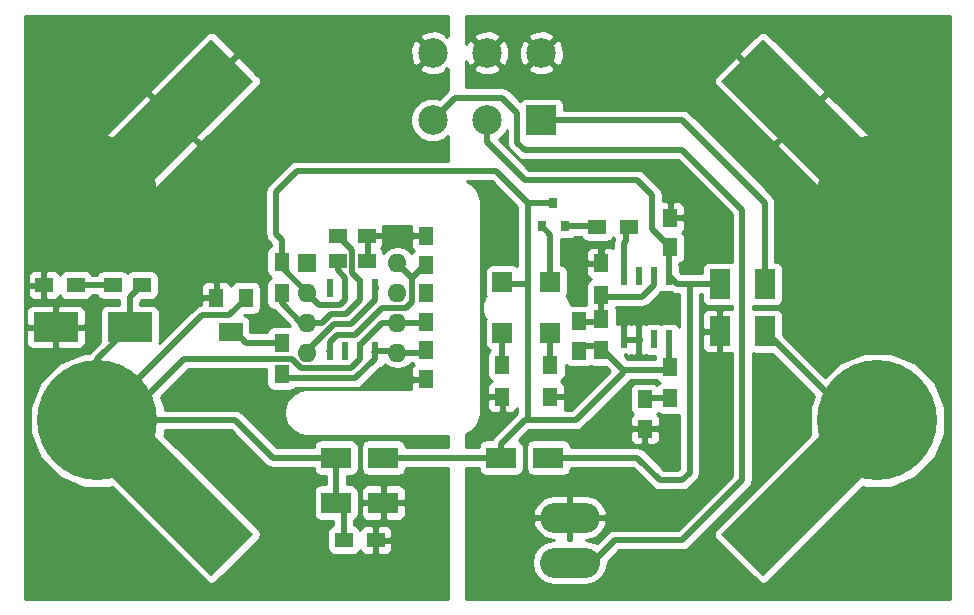
<source format=gbr>
G04 #@! TF.FileFunction,Copper,L2,Bot,Signal*
%FSLAX46Y46*%
G04 Gerber Fmt 4.6, Leading zero omitted, Abs format (unit mm)*
G04 Created by KiCad (PCBNEW 4.0.5) date 12/16/17 21:51:32*
%MOMM*%
%LPD*%
G01*
G04 APERTURE LIST*
%ADD10C,0.100000*%
%ADD11C,0.600000*%
%ADD12C,10.160000*%
%ADD13R,1.300000X1.500000*%
%ADD14R,1.500000X1.300000*%
%ADD15R,1.500000X1.250000*%
%ADD16R,1.250000X1.500000*%
%ADD17R,3.750000X2.500000*%
%ADD18C,2.000000*%
%ADD19O,5.080000X2.540000*%
%ADD20R,1.800000X2.500000*%
%ADD21R,0.600000X1.550000*%
%ADD22R,0.800000X0.900000*%
%ADD23R,2.500000X1.800000*%
%ADD24R,1.600000X1.600000*%
%ADD25O,1.600000X1.600000*%
%ADD26R,1.300000X1.600000*%
%ADD27R,2.000000X1.600000*%
%ADD28R,2.500000X2.500000*%
%ADD29C,2.500000*%
%ADD30R,1.700000X1.700000*%
%ADD31C,5.400000*%
%ADD32C,0.500000*%
%ADD33C,0.254000*%
G04 APERTURE END LIST*
D10*
D11*
X151765000Y-82423000D03*
X155702000Y-71120000D03*
X160020000Y-96520000D03*
X155956000Y-90043000D03*
X153924000Y-88646000D03*
X140335000Y-97282000D03*
X142875000Y-97282000D03*
X142875000Y-107442000D03*
X140335000Y-107442000D03*
X117729000Y-94107000D03*
X117221000Y-91059000D03*
X110871000Y-82931000D03*
X125349000Y-84328000D03*
X140462000Y-70358000D03*
X143510000Y-72898000D03*
X140335000Y-94488000D03*
X160020000Y-82423000D03*
X160909000Y-79883000D03*
X145542000Y-68961000D03*
D10*
G36*
X177405514Y-70364981D02*
X173869981Y-73900514D01*
X163970486Y-64001019D01*
X167506019Y-60465486D01*
X177405514Y-70364981D01*
X177405514Y-70364981D01*
G37*
D12*
X177165000Y-92710000D03*
X177165000Y-73662000D03*
D10*
G36*
X167506019Y-105904514D02*
X163970486Y-102368981D01*
X173869981Y-92469486D01*
X177405514Y-96005019D01*
X167506019Y-105904514D01*
X167506019Y-105904514D01*
G37*
D11*
X121158000Y-82296000D03*
X133985000Y-79248000D03*
X138938000Y-77089000D03*
X137668000Y-89281000D03*
X143891000Y-90741500D03*
X142875000Y-94488000D03*
X163830000Y-85344000D03*
X153797000Y-78359000D03*
X155702000Y-84328000D03*
X106680000Y-81280000D03*
X135255000Y-99695000D03*
X107188000Y-84836000D03*
X138938000Y-81915000D03*
X134620000Y-102870000D03*
X133985000Y-77089000D03*
X151066500Y-90741500D03*
X156972000Y-84328000D03*
X157480000Y-93599000D03*
X159639000Y-74168000D03*
D13*
X145415000Y-88058000D03*
X145415000Y-90758000D03*
X126746000Y-79295000D03*
X126746000Y-81995000D03*
D14*
X132000000Y-102870000D03*
X134700000Y-102870000D03*
D13*
X149479000Y-88058000D03*
X149479000Y-90758000D03*
D14*
X109300000Y-81280000D03*
X106600000Y-81280000D03*
X153463000Y-76327000D03*
X156163000Y-76327000D03*
D13*
X159639000Y-88185000D03*
X159639000Y-90885000D03*
X153797000Y-86821000D03*
X153797000Y-84121000D03*
X126746000Y-86153000D03*
X126746000Y-88853000D03*
X153797000Y-82122000D03*
X153797000Y-79422000D03*
D15*
X131465000Y-77089000D03*
X133965000Y-77089000D03*
D16*
X138938000Y-84435000D03*
X138938000Y-81935000D03*
D17*
X113869000Y-84836000D03*
X107619000Y-84836000D03*
D18*
X160020000Y-100965000D03*
X156210000Y-100965000D03*
X160020000Y-104775000D03*
D19*
X151130000Y-100965000D03*
X151130000Y-104775000D03*
D18*
X156210000Y-104775000D03*
D15*
X114915000Y-81280000D03*
X112415000Y-81280000D03*
D16*
X157480000Y-90952000D03*
X157480000Y-93452000D03*
X138938000Y-86761000D03*
X138938000Y-89261000D03*
X138938000Y-79609000D03*
X138938000Y-77109000D03*
X151892000Y-86848000D03*
X151892000Y-84348000D03*
X159639000Y-78085000D03*
X159639000Y-75585000D03*
D15*
X131465000Y-79248000D03*
X133965000Y-79248000D03*
D20*
X163830000Y-81185000D03*
X163830000Y-85185000D03*
D21*
X159512000Y-85885000D03*
X158242000Y-85885000D03*
X156972000Y-85885000D03*
X155702000Y-85885000D03*
X155702000Y-80485000D03*
X156972000Y-80485000D03*
X158242000Y-80485000D03*
X159512000Y-80485000D03*
D22*
X150683000Y-76311000D03*
X148783000Y-76311000D03*
X149733000Y-74311000D03*
D23*
X149320000Y-95885000D03*
X145320000Y-95885000D03*
D24*
X128905000Y-79375000D03*
D25*
X136525000Y-86995000D03*
X128905000Y-81915000D03*
X136525000Y-84455000D03*
X128905000Y-84455000D03*
X136525000Y-81915000D03*
X128905000Y-86995000D03*
X136525000Y-79375000D03*
D21*
X130810000Y-81501000D03*
X132080000Y-81501000D03*
X133350000Y-81501000D03*
X134620000Y-81501000D03*
X134620000Y-86901000D03*
X133350000Y-86901000D03*
X132080000Y-86901000D03*
X130810000Y-86901000D03*
D26*
X121178000Y-82370000D03*
D27*
X122428000Y-85270000D03*
D26*
X123678000Y-82370000D03*
D23*
X131350000Y-99695000D03*
X135350000Y-99695000D03*
X135350000Y-95885000D03*
X131350000Y-95885000D03*
D20*
X167640000Y-81185000D03*
X167640000Y-85185000D03*
D28*
X148717000Y-67310000D03*
D29*
X144117000Y-67310000D03*
X139517000Y-67310000D03*
X148717000Y-61610000D03*
X144117000Y-61610000D03*
X139517000Y-61610000D03*
D30*
X145415000Y-85335000D03*
X145415000Y-81035000D03*
X149479000Y-85335000D03*
X149479000Y-81035000D03*
D10*
G36*
X114420019Y-73900514D02*
X110884486Y-70364981D01*
X120783981Y-60465486D01*
X124319514Y-64001019D01*
X114420019Y-73900514D01*
X114420019Y-73900514D01*
G37*
D12*
X111125000Y-92710000D03*
X111125000Y-73662000D03*
D10*
G36*
X124319514Y-102368981D02*
X120783981Y-105904514D01*
X110884486Y-96005019D01*
X114420019Y-92469486D01*
X124319514Y-102368981D01*
X124319514Y-102368981D01*
G37*
D31*
X109855000Y-103185000D03*
X178435000Y-103185000D03*
X178435000Y-63185000D03*
X109855000Y-63185000D03*
D32*
X126746000Y-79295000D02*
X126746000Y-77470000D01*
X144891000Y-71628000D02*
X147574000Y-74311000D01*
X128016000Y-71628000D02*
X144891000Y-71628000D01*
X126238000Y-73406000D02*
X128016000Y-71628000D01*
X126238000Y-76962000D02*
X126238000Y-73406000D01*
X126746000Y-77470000D02*
X126238000Y-76962000D01*
X149733000Y-74311000D02*
X147574000Y-74311000D01*
X147574000Y-74311000D02*
X147574000Y-74295000D01*
X145415000Y-81185000D02*
X147574000Y-81185000D01*
X147447000Y-81153000D02*
X147574000Y-81153000D01*
X147542000Y-81153000D02*
X147447000Y-81153000D01*
X147574000Y-81185000D02*
X147542000Y-81153000D01*
X132080000Y-81501000D02*
X132080000Y-80645000D01*
X131465000Y-80030000D02*
X131465000Y-79248000D01*
X132080000Y-80645000D02*
X131465000Y-80030000D01*
X126746000Y-79545000D02*
X126746000Y-79756000D01*
X126746000Y-79756000D02*
X128905000Y-81915000D01*
X128905000Y-81915000D02*
X129921000Y-82931000D01*
X129921000Y-82931000D02*
X131191000Y-82931000D01*
X131191000Y-82931000D02*
X131699000Y-82931000D01*
X131699000Y-82931000D02*
X132080000Y-82550000D01*
X132080000Y-82550000D02*
X132080000Y-81501000D01*
X147574000Y-74295000D02*
X147574000Y-81153000D01*
X126535000Y-79756000D02*
X126746000Y-79545000D01*
X135350000Y-95885000D02*
X145320000Y-95885000D01*
X147574000Y-90805000D02*
X147574000Y-92710000D01*
X147574000Y-92710000D02*
X147320000Y-92710000D01*
X149225000Y-92710000D02*
X147320000Y-92710000D01*
X155661000Y-88435000D02*
X155661000Y-88687000D01*
X151638000Y-92710000D02*
X155661000Y-88687000D01*
X149225000Y-92710000D02*
X151638000Y-92710000D01*
X145320000Y-94710000D02*
X145320000Y-95885000D01*
X147320000Y-92710000D02*
X145320000Y-94710000D01*
X147574000Y-88900000D02*
X147574000Y-90805000D01*
X147574000Y-90805000D02*
X147574000Y-91122500D01*
X147574000Y-91122500D02*
X147574000Y-91059000D01*
X159639000Y-88435000D02*
X155661000Y-88435000D01*
X155661000Y-88435000D02*
X153797000Y-86571000D01*
X159512000Y-85885000D02*
X159512000Y-88308000D01*
X159512000Y-88308000D02*
X159639000Y-88435000D01*
X152273000Y-86421000D02*
X153647000Y-86421000D01*
X153647000Y-86421000D02*
X153797000Y-86571000D01*
X147574000Y-81153000D02*
X147574000Y-88900000D01*
X147574000Y-88900000D02*
X147574000Y-89154000D01*
X128905000Y-86995000D02*
X128905000Y-86868000D01*
X128905000Y-86868000D02*
X131191000Y-84582000D01*
X131191000Y-84582000D02*
X132588000Y-84582000D01*
X132588000Y-84582000D02*
X134620000Y-82550000D01*
X134620000Y-82550000D02*
X134620000Y-81501000D01*
X137795000Y-81407000D02*
X137795000Y-80645000D01*
X135255000Y-83185000D02*
X137287000Y-83185000D01*
X137287000Y-83185000D02*
X137795000Y-82677000D01*
X137795000Y-82677000D02*
X137795000Y-81407000D01*
X137795000Y-80645000D02*
X136525000Y-79375000D01*
X138938000Y-79609000D02*
X138831000Y-79609000D01*
X138831000Y-79609000D02*
X137795000Y-80645000D01*
X130810000Y-86106000D02*
X131445000Y-85471000D01*
X131445000Y-85471000D02*
X132969000Y-85471000D01*
X132969000Y-85471000D02*
X135255000Y-83185000D01*
X130810000Y-86901000D02*
X130810000Y-86106000D01*
X130777000Y-86901000D02*
X130810000Y-86901000D01*
X134620000Y-86901000D02*
X134620000Y-87503000D01*
X134620000Y-87503000D02*
X132969000Y-89154000D01*
X127297000Y-89154000D02*
X126746000Y-88603000D01*
X132969000Y-89154000D02*
X127297000Y-89154000D01*
X136525000Y-86995000D02*
X138704000Y-86995000D01*
X134620000Y-86901000D02*
X136431000Y-86901000D01*
X136431000Y-86901000D02*
X136525000Y-86995000D01*
X134577000Y-86944000D02*
X134620000Y-86901000D01*
X136431000Y-86901000D02*
X136525000Y-86995000D01*
X138704000Y-86995000D02*
X138938000Y-86761000D01*
X159639000Y-90885000D02*
X157547000Y-90885000D01*
X157547000Y-90885000D02*
X157480000Y-90952000D01*
X131350000Y-95885000D02*
X125984000Y-95885000D01*
X122809000Y-92710000D02*
X111125000Y-92710000D01*
X125984000Y-95885000D02*
X122809000Y-92710000D01*
X120904000Y-87503000D02*
X118491000Y-87503000D01*
X132588000Y-88265000D02*
X128397000Y-88265000D01*
X128397000Y-88265000D02*
X127635000Y-87503000D01*
X127635000Y-87503000D02*
X125222000Y-87503000D01*
X133350000Y-87503000D02*
X132588000Y-88265000D01*
X120904000Y-87503000D02*
X125222000Y-87503000D01*
X118491000Y-87503000D02*
X113284000Y-92710000D01*
X113284000Y-92710000D02*
X111125000Y-92710000D01*
X132000000Y-102870000D02*
X132000000Y-100345000D01*
X132000000Y-100345000D02*
X131350000Y-99695000D01*
X113869000Y-84836000D02*
X113869000Y-82326000D01*
X113869000Y-82326000D02*
X114915000Y-81280000D01*
X111125000Y-92710000D02*
X111125000Y-87580000D01*
X111125000Y-87580000D02*
X113869000Y-84836000D01*
X131350000Y-99695000D02*
X131350000Y-95885000D01*
X116840000Y-95885000D02*
X113665000Y-92710000D01*
X113665000Y-92710000D02*
X111125000Y-92710000D01*
X123678000Y-82370000D02*
X123678000Y-82443000D01*
X123678000Y-82443000D02*
X122301000Y-83820000D01*
X120015000Y-83820000D02*
X111125000Y-92710000D01*
X122301000Y-83820000D02*
X120015000Y-83820000D01*
X111125000Y-92710000D02*
X115697000Y-92710000D01*
X136591000Y-84521000D02*
X136525000Y-84455000D01*
X135255000Y-84455000D02*
X136525000Y-84455000D01*
X133350000Y-86901000D02*
X133350000Y-87503000D01*
X136525000Y-84455000D02*
X138918000Y-84455000D01*
X138918000Y-84455000D02*
X138938000Y-84435000D01*
X133350000Y-86901000D02*
X133350000Y-86360000D01*
X133350000Y-86360000D02*
X135255000Y-84455000D01*
X109300000Y-81280000D02*
X112415000Y-81280000D01*
X170688000Y-99187000D02*
X177165000Y-92710000D01*
X177165000Y-92710000D02*
X175165000Y-92710000D01*
X175165000Y-92710000D02*
X167640000Y-85185000D01*
X149479000Y-87673000D02*
X149479000Y-85185000D01*
X149749000Y-85296000D02*
X149860000Y-85185000D01*
X149860000Y-85185000D02*
X149955000Y-85185000D01*
X122428000Y-85270000D02*
X122862000Y-85270000D01*
X122862000Y-85270000D02*
X123745000Y-86153000D01*
X123745000Y-86153000D02*
X126746000Y-86153000D01*
X126746000Y-86403000D02*
X126746000Y-85725000D01*
X153797000Y-82253000D02*
X157269000Y-82253000D01*
X157269000Y-82253000D02*
X158242000Y-81280000D01*
X158242000Y-81280000D02*
X158242000Y-80485000D01*
X153797000Y-84371000D02*
X152423000Y-84371000D01*
X152423000Y-84371000D02*
X152273000Y-84521000D01*
X153797000Y-82253000D02*
X153797000Y-84371000D01*
X149479000Y-81185000D02*
X149479000Y-77007000D01*
X149479000Y-77007000D02*
X148783000Y-76311000D01*
X150683000Y-76311000D02*
X153697000Y-76311000D01*
X153697000Y-76311000D02*
X153713000Y-76327000D01*
X155913000Y-76327000D02*
X155913000Y-77513000D01*
X155702000Y-77724000D02*
X155702000Y-80485000D01*
X155913000Y-77513000D02*
X155702000Y-77724000D01*
X151130000Y-104775000D02*
X153035000Y-104775000D01*
X153035000Y-104775000D02*
X154940000Y-102870000D01*
X154940000Y-102870000D02*
X160655000Y-102870000D01*
X160655000Y-102870000D02*
X165735000Y-97790000D01*
X165735000Y-97790000D02*
X165735000Y-74930000D01*
X165735000Y-74930000D02*
X160655000Y-69850000D01*
X160655000Y-69850000D02*
X147320000Y-69850000D01*
X147320000Y-69850000D02*
X146685000Y-69215000D01*
X146685000Y-69215000D02*
X146685000Y-66675000D01*
X146685000Y-66675000D02*
X145415000Y-65405000D01*
X145415000Y-65405000D02*
X141422000Y-65405000D01*
X141422000Y-65405000D02*
X139517000Y-67310000D01*
X167640000Y-81185000D02*
X167640000Y-74295000D01*
X160655000Y-67310000D02*
X148717000Y-67310000D01*
X167640000Y-74295000D02*
X160655000Y-67310000D01*
X149225000Y-67945000D02*
X148590000Y-67310000D01*
X145415000Y-87673000D02*
X145415000Y-85185000D01*
X133350000Y-81501000D02*
X133350000Y-80899000D01*
X133350000Y-80899000D02*
X132715000Y-80264000D01*
X132715000Y-78339000D02*
X131465000Y-77089000D01*
X132715000Y-80264000D02*
X132715000Y-78339000D01*
X128905000Y-84455000D02*
X128397000Y-84455000D01*
X128397000Y-84455000D02*
X126746000Y-82804000D01*
X126746000Y-82804000D02*
X126746000Y-81745000D01*
X128905000Y-84455000D02*
X130175000Y-84455000D01*
X133350000Y-82550000D02*
X133350000Y-81501000D01*
X132207000Y-83693000D02*
X133350000Y-82550000D01*
X130937000Y-83693000D02*
X132207000Y-83693000D01*
X130175000Y-84455000D02*
X130937000Y-83693000D01*
X144117000Y-67310000D02*
X144117000Y-69187000D01*
X158115000Y-76561000D02*
X159639000Y-78085000D01*
X158115000Y-73660000D02*
X158115000Y-76561000D01*
X156845000Y-72390000D02*
X158115000Y-73660000D01*
X147320000Y-72390000D02*
X156845000Y-72390000D01*
X144117000Y-69187000D02*
X147320000Y-72390000D01*
X159639000Y-78085000D02*
X159365000Y-78085000D01*
X159512000Y-80485000D02*
X159512000Y-78212000D01*
X149320000Y-95885000D02*
X156845000Y-95885000D01*
X161290000Y-97155000D02*
X161290000Y-81185000D01*
X160655000Y-97790000D02*
X161290000Y-97155000D01*
X158750000Y-97790000D02*
X160655000Y-97790000D01*
X156845000Y-95885000D02*
X158750000Y-97790000D01*
X160655000Y-81185000D02*
X163830000Y-81185000D01*
X161290000Y-81185000D02*
X161290000Y-81280000D01*
X161290000Y-81280000D02*
X161290000Y-81185000D01*
X161290000Y-81185000D02*
X160655000Y-81185000D01*
X160655000Y-81185000D02*
X160212000Y-81185000D01*
X160212000Y-81185000D02*
X159512000Y-80485000D01*
D33*
G36*
X183312600Y-107849200D02*
X142367000Y-107849200D01*
X142367000Y-100542219D01*
X148002507Y-100542219D01*
X148118374Y-100838000D01*
X151003000Y-100838000D01*
X151003000Y-99060000D01*
X151257000Y-99060000D01*
X151257000Y-100838000D01*
X154141626Y-100838000D01*
X154257493Y-100542219D01*
X154208591Y-100353321D01*
X153836841Y-99707764D01*
X153246345Y-99253610D01*
X152527000Y-99060000D01*
X151257000Y-99060000D01*
X151003000Y-99060000D01*
X149733000Y-99060000D01*
X149013655Y-99253610D01*
X148423159Y-99707764D01*
X148051409Y-100353321D01*
X148002507Y-100542219D01*
X142367000Y-100542219D01*
X142367000Y-96770000D01*
X143422560Y-96770000D01*
X143422560Y-96785000D01*
X143466838Y-97020317D01*
X143605910Y-97236441D01*
X143818110Y-97381431D01*
X144070000Y-97432440D01*
X146570000Y-97432440D01*
X146805317Y-97388162D01*
X147021441Y-97249090D01*
X147166431Y-97036890D01*
X147217440Y-96785000D01*
X147217440Y-94985000D01*
X147173162Y-94749683D01*
X147034090Y-94533559D01*
X146864141Y-94417438D01*
X147543829Y-93737750D01*
X156220000Y-93737750D01*
X156220000Y-94328309D01*
X156316673Y-94561698D01*
X156495301Y-94740327D01*
X156728690Y-94837000D01*
X157194250Y-94837000D01*
X157353000Y-94678250D01*
X157353000Y-93579000D01*
X157607000Y-93579000D01*
X157607000Y-94678250D01*
X157765750Y-94837000D01*
X158231310Y-94837000D01*
X158464699Y-94740327D01*
X158643327Y-94561698D01*
X158740000Y-94328309D01*
X158740000Y-93737750D01*
X158581250Y-93579000D01*
X157607000Y-93579000D01*
X157353000Y-93579000D01*
X156378750Y-93579000D01*
X156220000Y-93737750D01*
X147543829Y-93737750D01*
X147686579Y-93595000D01*
X151637995Y-93595000D01*
X151638000Y-93595001D01*
X151920484Y-93538810D01*
X151976675Y-93527633D01*
X152263790Y-93335790D01*
X152263791Y-93335789D01*
X156279579Y-89320000D01*
X158482156Y-89320000D01*
X158524910Y-89386441D01*
X158737110Y-89531431D01*
X158750197Y-89534081D01*
X158537559Y-89670910D01*
X158510493Y-89710522D01*
X158356890Y-89605569D01*
X158105000Y-89554560D01*
X156855000Y-89554560D01*
X156619683Y-89598838D01*
X156403559Y-89737910D01*
X156258569Y-89950110D01*
X156207560Y-90202000D01*
X156207560Y-91702000D01*
X156251838Y-91937317D01*
X156390910Y-92153441D01*
X156459006Y-92199969D01*
X156316673Y-92342302D01*
X156220000Y-92575691D01*
X156220000Y-93166250D01*
X156378750Y-93325000D01*
X157353000Y-93325000D01*
X157353000Y-93305000D01*
X157607000Y-93305000D01*
X157607000Y-93325000D01*
X158581250Y-93325000D01*
X158740000Y-93166250D01*
X158740000Y-92575691D01*
X158643327Y-92342302D01*
X158502090Y-92201064D01*
X158556441Y-92166090D01*
X158583507Y-92126478D01*
X158737110Y-92231431D01*
X158989000Y-92282440D01*
X160289000Y-92282440D01*
X160405000Y-92260613D01*
X160405000Y-96788421D01*
X160288420Y-96905000D01*
X159116579Y-96905000D01*
X157470790Y-95259210D01*
X157183675Y-95067367D01*
X157127484Y-95056190D01*
X156845000Y-94999999D01*
X156844995Y-95000000D01*
X151217440Y-95000000D01*
X151217440Y-94985000D01*
X151173162Y-94749683D01*
X151034090Y-94533559D01*
X150821890Y-94388569D01*
X150570000Y-94337560D01*
X148070000Y-94337560D01*
X147834683Y-94381838D01*
X147618559Y-94520910D01*
X147473569Y-94733110D01*
X147422560Y-94985000D01*
X147422560Y-96785000D01*
X147466838Y-97020317D01*
X147605910Y-97236441D01*
X147818110Y-97381431D01*
X148070000Y-97432440D01*
X150570000Y-97432440D01*
X150805317Y-97388162D01*
X151021441Y-97249090D01*
X151166431Y-97036890D01*
X151217440Y-96785000D01*
X151217440Y-96770000D01*
X156478420Y-96770000D01*
X158124208Y-98415787D01*
X158124210Y-98415790D01*
X158411325Y-98607633D01*
X158467516Y-98618810D01*
X158750000Y-98675001D01*
X158750005Y-98675000D01*
X160654995Y-98675000D01*
X160655000Y-98675001D01*
X160937484Y-98618810D01*
X160993675Y-98607633D01*
X161280790Y-98415790D01*
X161280791Y-98415789D01*
X161915787Y-97780792D01*
X161915790Y-97780790D01*
X162107633Y-97493675D01*
X162107634Y-97493674D01*
X162175001Y-97155000D01*
X162175000Y-97154995D01*
X162175000Y-85470750D01*
X162295000Y-85470750D01*
X162295000Y-86561309D01*
X162391673Y-86794698D01*
X162570301Y-86973327D01*
X162803690Y-87070000D01*
X163544250Y-87070000D01*
X163703000Y-86911250D01*
X163703000Y-85312000D01*
X162453750Y-85312000D01*
X162295000Y-85470750D01*
X162175000Y-85470750D01*
X162175000Y-83808691D01*
X162295000Y-83808691D01*
X162295000Y-84899250D01*
X162453750Y-85058000D01*
X163703000Y-85058000D01*
X163703000Y-83458750D01*
X163544250Y-83300000D01*
X162803690Y-83300000D01*
X162570301Y-83396673D01*
X162391673Y-83575302D01*
X162295000Y-83808691D01*
X162175000Y-83808691D01*
X162175000Y-82070000D01*
X162282560Y-82070000D01*
X162282560Y-82435000D01*
X162326838Y-82670317D01*
X162465910Y-82886441D01*
X162678110Y-83031431D01*
X162930000Y-83082440D01*
X164730000Y-83082440D01*
X164850000Y-83059860D01*
X164850000Y-83300000D01*
X164115750Y-83300000D01*
X163957000Y-83458750D01*
X163957000Y-85058000D01*
X163977000Y-85058000D01*
X163977000Y-85312000D01*
X163957000Y-85312000D01*
X163957000Y-86911250D01*
X164115750Y-87070000D01*
X164850000Y-87070000D01*
X164850000Y-97423421D01*
X160288420Y-101985000D01*
X154940005Y-101985000D01*
X154940000Y-101984999D01*
X154657516Y-102041190D01*
X154601325Y-102052367D01*
X154314210Y-102244210D01*
X154314208Y-102244213D01*
X153402341Y-103156080D01*
X153191214Y-103015009D01*
X152462202Y-102870000D01*
X152527000Y-102870000D01*
X153246345Y-102676390D01*
X153836841Y-102222236D01*
X154208591Y-101576679D01*
X154257493Y-101387781D01*
X154141626Y-101092000D01*
X151257000Y-101092000D01*
X151257000Y-102870000D01*
X151003000Y-102870000D01*
X151003000Y-101092000D01*
X148118374Y-101092000D01*
X148002507Y-101387781D01*
X148051409Y-101576679D01*
X148423159Y-102222236D01*
X149013655Y-102676390D01*
X149733000Y-102870000D01*
X149797798Y-102870000D01*
X149068786Y-103015009D01*
X148450760Y-103427962D01*
X148037807Y-104045988D01*
X147892798Y-104775000D01*
X148037807Y-105504012D01*
X148450760Y-106122038D01*
X149068786Y-106534991D01*
X149797798Y-106680000D01*
X152462202Y-106680000D01*
X153191214Y-106534991D01*
X153809240Y-106122038D01*
X154222193Y-105504012D01*
X154367202Y-104775000D01*
X154353826Y-104707754D01*
X155306579Y-103755000D01*
X160654995Y-103755000D01*
X160655000Y-103755001D01*
X160937484Y-103698810D01*
X160993675Y-103687633D01*
X161280790Y-103495790D01*
X161280791Y-103495789D01*
X166360787Y-98415792D01*
X166360790Y-98415790D01*
X166552633Y-98128675D01*
X166583672Y-97972633D01*
X166620001Y-97790000D01*
X166620000Y-97789995D01*
X166620000Y-87058139D01*
X166740000Y-87082440D01*
X168285860Y-87082440D01*
X171838480Y-90635060D01*
X171450995Y-91568229D01*
X171449011Y-93841796D01*
X171487910Y-93935939D01*
X163512677Y-101911172D01*
X163377592Y-102108875D01*
X163323108Y-102360037D01*
X163370632Y-102612608D01*
X163512677Y-102826790D01*
X167048210Y-106362323D01*
X167245913Y-106497408D01*
X167497075Y-106551892D01*
X167749646Y-106504368D01*
X167963828Y-106362323D01*
X175937672Y-98388479D01*
X176023229Y-98424005D01*
X178296796Y-98425989D01*
X180398058Y-97557766D01*
X182007116Y-95951514D01*
X182879005Y-93851771D01*
X182880989Y-91578204D01*
X182012766Y-89476942D01*
X180406514Y-87867884D01*
X178306771Y-86995995D01*
X176033204Y-86994011D01*
X173931942Y-87862234D01*
X172749347Y-89042767D01*
X169187440Y-85480860D01*
X169187440Y-83935000D01*
X169143162Y-83699683D01*
X169004090Y-83483559D01*
X168791890Y-83338569D01*
X168540000Y-83287560D01*
X166740000Y-83287560D01*
X166620000Y-83310140D01*
X166620000Y-83058139D01*
X166740000Y-83082440D01*
X168540000Y-83082440D01*
X168775317Y-83038162D01*
X168991441Y-82899090D01*
X169136431Y-82686890D01*
X169187440Y-82435000D01*
X169187440Y-79935000D01*
X169143162Y-79699683D01*
X169004090Y-79483559D01*
X168791890Y-79338569D01*
X168540000Y-79287560D01*
X168525000Y-79287560D01*
X168525000Y-74295005D01*
X168525001Y-74295000D01*
X168463798Y-73987317D01*
X168457633Y-73956325D01*
X168265790Y-73669210D01*
X168265787Y-73669208D01*
X163973909Y-69377329D01*
X168673276Y-69377329D01*
X168673276Y-69601836D01*
X173510282Y-74438841D01*
X173743671Y-74535514D01*
X173996290Y-74535515D01*
X174229679Y-74438842D01*
X174408307Y-74260213D01*
X175884705Y-72783816D01*
X175884705Y-72559310D01*
X170688000Y-67362605D01*
X168673276Y-69377329D01*
X163973909Y-69377329D01*
X161280790Y-66684210D01*
X161267006Y-66675000D01*
X160993675Y-66492367D01*
X160937484Y-66481190D01*
X160655000Y-66424999D01*
X160654995Y-66425000D01*
X150614440Y-66425000D01*
X150614440Y-66060000D01*
X150570162Y-65824683D01*
X150431090Y-65608559D01*
X150218890Y-65463569D01*
X149967000Y-65412560D01*
X147467000Y-65412560D01*
X147231683Y-65456838D01*
X147015559Y-65595910D01*
X146951396Y-65689816D01*
X146040790Y-64779210D01*
X146018272Y-64764164D01*
X145753675Y-64587367D01*
X145697484Y-64576190D01*
X145415000Y-64519999D01*
X145414995Y-64520000D01*
X142367000Y-64520000D01*
X142367000Y-63874710D01*
X163335485Y-63874710D01*
X163335486Y-64127329D01*
X163432159Y-64360718D01*
X168269164Y-69197724D01*
X168493671Y-69197724D01*
X170508395Y-67183000D01*
X170867605Y-67183000D01*
X176064310Y-72379705D01*
X176288816Y-72379705D01*
X177765213Y-70903307D01*
X177943842Y-70724679D01*
X178040515Y-70491290D01*
X178040514Y-70238671D01*
X177943841Y-70005282D01*
X173106836Y-65168276D01*
X172882329Y-65168276D01*
X170867605Y-67183000D01*
X170508395Y-67183000D01*
X165311690Y-61986295D01*
X165087184Y-61986295D01*
X163610787Y-63462693D01*
X163432158Y-63641321D01*
X163335485Y-63874710D01*
X142367000Y-63874710D01*
X142367000Y-62943320D01*
X142963285Y-62943320D01*
X143092533Y-63236123D01*
X143792806Y-63504388D01*
X144542435Y-63484250D01*
X145141467Y-63236123D01*
X145270715Y-62943320D01*
X147563285Y-62943320D01*
X147692533Y-63236123D01*
X148392806Y-63504388D01*
X149142435Y-63484250D01*
X149741467Y-63236123D01*
X149870715Y-62943320D01*
X148717000Y-61789605D01*
X147563285Y-62943320D01*
X145270715Y-62943320D01*
X144117000Y-61789605D01*
X142963285Y-62943320D01*
X142367000Y-62943320D01*
X142367000Y-62335401D01*
X142490877Y-62634467D01*
X142783680Y-62763715D01*
X143937395Y-61610000D01*
X144296605Y-61610000D01*
X145450320Y-62763715D01*
X145743123Y-62634467D01*
X146011388Y-61934194D01*
X145993970Y-61285806D01*
X146822612Y-61285806D01*
X146842750Y-62035435D01*
X147090877Y-62634467D01*
X147383680Y-62763715D01*
X148537395Y-61610000D01*
X148896605Y-61610000D01*
X150050320Y-62763715D01*
X150343123Y-62634467D01*
X150611388Y-61934194D01*
X150601932Y-61582184D01*
X165491295Y-61582184D01*
X165491295Y-61806690D01*
X170688000Y-67003395D01*
X172702724Y-64988671D01*
X172702724Y-64764164D01*
X167865718Y-59927159D01*
X167632329Y-59830486D01*
X167379710Y-59830485D01*
X167146321Y-59927158D01*
X166967693Y-60105787D01*
X165491295Y-61582184D01*
X150601932Y-61582184D01*
X150591250Y-61184565D01*
X150343123Y-60585533D01*
X150050320Y-60456285D01*
X148896605Y-61610000D01*
X148537395Y-61610000D01*
X147383680Y-60456285D01*
X147090877Y-60585533D01*
X146822612Y-61285806D01*
X145993970Y-61285806D01*
X145991250Y-61184565D01*
X145743123Y-60585533D01*
X145450320Y-60456285D01*
X144296605Y-61610000D01*
X143937395Y-61610000D01*
X142783680Y-60456285D01*
X142490877Y-60585533D01*
X142367000Y-60908899D01*
X142367000Y-60276680D01*
X142963285Y-60276680D01*
X144117000Y-61430395D01*
X145270715Y-60276680D01*
X147563285Y-60276680D01*
X148717000Y-61430395D01*
X149870715Y-60276680D01*
X149741467Y-59983877D01*
X149041194Y-59715612D01*
X148291565Y-59735750D01*
X147692533Y-59983877D01*
X147563285Y-60276680D01*
X145270715Y-60276680D01*
X145141467Y-59983877D01*
X144441194Y-59715612D01*
X143691565Y-59735750D01*
X143092533Y-59983877D01*
X142963285Y-60276680D01*
X142367000Y-60276680D01*
X142367000Y-58520800D01*
X183312600Y-58520800D01*
X183312600Y-107849200D01*
X183312600Y-107849200D01*
G37*
X183312600Y-107849200D02*
X142367000Y-107849200D01*
X142367000Y-100542219D01*
X148002507Y-100542219D01*
X148118374Y-100838000D01*
X151003000Y-100838000D01*
X151003000Y-99060000D01*
X151257000Y-99060000D01*
X151257000Y-100838000D01*
X154141626Y-100838000D01*
X154257493Y-100542219D01*
X154208591Y-100353321D01*
X153836841Y-99707764D01*
X153246345Y-99253610D01*
X152527000Y-99060000D01*
X151257000Y-99060000D01*
X151003000Y-99060000D01*
X149733000Y-99060000D01*
X149013655Y-99253610D01*
X148423159Y-99707764D01*
X148051409Y-100353321D01*
X148002507Y-100542219D01*
X142367000Y-100542219D01*
X142367000Y-96770000D01*
X143422560Y-96770000D01*
X143422560Y-96785000D01*
X143466838Y-97020317D01*
X143605910Y-97236441D01*
X143818110Y-97381431D01*
X144070000Y-97432440D01*
X146570000Y-97432440D01*
X146805317Y-97388162D01*
X147021441Y-97249090D01*
X147166431Y-97036890D01*
X147217440Y-96785000D01*
X147217440Y-94985000D01*
X147173162Y-94749683D01*
X147034090Y-94533559D01*
X146864141Y-94417438D01*
X147543829Y-93737750D01*
X156220000Y-93737750D01*
X156220000Y-94328309D01*
X156316673Y-94561698D01*
X156495301Y-94740327D01*
X156728690Y-94837000D01*
X157194250Y-94837000D01*
X157353000Y-94678250D01*
X157353000Y-93579000D01*
X157607000Y-93579000D01*
X157607000Y-94678250D01*
X157765750Y-94837000D01*
X158231310Y-94837000D01*
X158464699Y-94740327D01*
X158643327Y-94561698D01*
X158740000Y-94328309D01*
X158740000Y-93737750D01*
X158581250Y-93579000D01*
X157607000Y-93579000D01*
X157353000Y-93579000D01*
X156378750Y-93579000D01*
X156220000Y-93737750D01*
X147543829Y-93737750D01*
X147686579Y-93595000D01*
X151637995Y-93595000D01*
X151638000Y-93595001D01*
X151920484Y-93538810D01*
X151976675Y-93527633D01*
X152263790Y-93335790D01*
X152263791Y-93335789D01*
X156279579Y-89320000D01*
X158482156Y-89320000D01*
X158524910Y-89386441D01*
X158737110Y-89531431D01*
X158750197Y-89534081D01*
X158537559Y-89670910D01*
X158510493Y-89710522D01*
X158356890Y-89605569D01*
X158105000Y-89554560D01*
X156855000Y-89554560D01*
X156619683Y-89598838D01*
X156403559Y-89737910D01*
X156258569Y-89950110D01*
X156207560Y-90202000D01*
X156207560Y-91702000D01*
X156251838Y-91937317D01*
X156390910Y-92153441D01*
X156459006Y-92199969D01*
X156316673Y-92342302D01*
X156220000Y-92575691D01*
X156220000Y-93166250D01*
X156378750Y-93325000D01*
X157353000Y-93325000D01*
X157353000Y-93305000D01*
X157607000Y-93305000D01*
X157607000Y-93325000D01*
X158581250Y-93325000D01*
X158740000Y-93166250D01*
X158740000Y-92575691D01*
X158643327Y-92342302D01*
X158502090Y-92201064D01*
X158556441Y-92166090D01*
X158583507Y-92126478D01*
X158737110Y-92231431D01*
X158989000Y-92282440D01*
X160289000Y-92282440D01*
X160405000Y-92260613D01*
X160405000Y-96788421D01*
X160288420Y-96905000D01*
X159116579Y-96905000D01*
X157470790Y-95259210D01*
X157183675Y-95067367D01*
X157127484Y-95056190D01*
X156845000Y-94999999D01*
X156844995Y-95000000D01*
X151217440Y-95000000D01*
X151217440Y-94985000D01*
X151173162Y-94749683D01*
X151034090Y-94533559D01*
X150821890Y-94388569D01*
X150570000Y-94337560D01*
X148070000Y-94337560D01*
X147834683Y-94381838D01*
X147618559Y-94520910D01*
X147473569Y-94733110D01*
X147422560Y-94985000D01*
X147422560Y-96785000D01*
X147466838Y-97020317D01*
X147605910Y-97236441D01*
X147818110Y-97381431D01*
X148070000Y-97432440D01*
X150570000Y-97432440D01*
X150805317Y-97388162D01*
X151021441Y-97249090D01*
X151166431Y-97036890D01*
X151217440Y-96785000D01*
X151217440Y-96770000D01*
X156478420Y-96770000D01*
X158124208Y-98415787D01*
X158124210Y-98415790D01*
X158411325Y-98607633D01*
X158467516Y-98618810D01*
X158750000Y-98675001D01*
X158750005Y-98675000D01*
X160654995Y-98675000D01*
X160655000Y-98675001D01*
X160937484Y-98618810D01*
X160993675Y-98607633D01*
X161280790Y-98415790D01*
X161280791Y-98415789D01*
X161915787Y-97780792D01*
X161915790Y-97780790D01*
X162107633Y-97493675D01*
X162107634Y-97493674D01*
X162175001Y-97155000D01*
X162175000Y-97154995D01*
X162175000Y-85470750D01*
X162295000Y-85470750D01*
X162295000Y-86561309D01*
X162391673Y-86794698D01*
X162570301Y-86973327D01*
X162803690Y-87070000D01*
X163544250Y-87070000D01*
X163703000Y-86911250D01*
X163703000Y-85312000D01*
X162453750Y-85312000D01*
X162295000Y-85470750D01*
X162175000Y-85470750D01*
X162175000Y-83808691D01*
X162295000Y-83808691D01*
X162295000Y-84899250D01*
X162453750Y-85058000D01*
X163703000Y-85058000D01*
X163703000Y-83458750D01*
X163544250Y-83300000D01*
X162803690Y-83300000D01*
X162570301Y-83396673D01*
X162391673Y-83575302D01*
X162295000Y-83808691D01*
X162175000Y-83808691D01*
X162175000Y-82070000D01*
X162282560Y-82070000D01*
X162282560Y-82435000D01*
X162326838Y-82670317D01*
X162465910Y-82886441D01*
X162678110Y-83031431D01*
X162930000Y-83082440D01*
X164730000Y-83082440D01*
X164850000Y-83059860D01*
X164850000Y-83300000D01*
X164115750Y-83300000D01*
X163957000Y-83458750D01*
X163957000Y-85058000D01*
X163977000Y-85058000D01*
X163977000Y-85312000D01*
X163957000Y-85312000D01*
X163957000Y-86911250D01*
X164115750Y-87070000D01*
X164850000Y-87070000D01*
X164850000Y-97423421D01*
X160288420Y-101985000D01*
X154940005Y-101985000D01*
X154940000Y-101984999D01*
X154657516Y-102041190D01*
X154601325Y-102052367D01*
X154314210Y-102244210D01*
X154314208Y-102244213D01*
X153402341Y-103156080D01*
X153191214Y-103015009D01*
X152462202Y-102870000D01*
X152527000Y-102870000D01*
X153246345Y-102676390D01*
X153836841Y-102222236D01*
X154208591Y-101576679D01*
X154257493Y-101387781D01*
X154141626Y-101092000D01*
X151257000Y-101092000D01*
X151257000Y-102870000D01*
X151003000Y-102870000D01*
X151003000Y-101092000D01*
X148118374Y-101092000D01*
X148002507Y-101387781D01*
X148051409Y-101576679D01*
X148423159Y-102222236D01*
X149013655Y-102676390D01*
X149733000Y-102870000D01*
X149797798Y-102870000D01*
X149068786Y-103015009D01*
X148450760Y-103427962D01*
X148037807Y-104045988D01*
X147892798Y-104775000D01*
X148037807Y-105504012D01*
X148450760Y-106122038D01*
X149068786Y-106534991D01*
X149797798Y-106680000D01*
X152462202Y-106680000D01*
X153191214Y-106534991D01*
X153809240Y-106122038D01*
X154222193Y-105504012D01*
X154367202Y-104775000D01*
X154353826Y-104707754D01*
X155306579Y-103755000D01*
X160654995Y-103755000D01*
X160655000Y-103755001D01*
X160937484Y-103698810D01*
X160993675Y-103687633D01*
X161280790Y-103495790D01*
X161280791Y-103495789D01*
X166360787Y-98415792D01*
X166360790Y-98415790D01*
X166552633Y-98128675D01*
X166583672Y-97972633D01*
X166620001Y-97790000D01*
X166620000Y-97789995D01*
X166620000Y-87058139D01*
X166740000Y-87082440D01*
X168285860Y-87082440D01*
X171838480Y-90635060D01*
X171450995Y-91568229D01*
X171449011Y-93841796D01*
X171487910Y-93935939D01*
X163512677Y-101911172D01*
X163377592Y-102108875D01*
X163323108Y-102360037D01*
X163370632Y-102612608D01*
X163512677Y-102826790D01*
X167048210Y-106362323D01*
X167245913Y-106497408D01*
X167497075Y-106551892D01*
X167749646Y-106504368D01*
X167963828Y-106362323D01*
X175937672Y-98388479D01*
X176023229Y-98424005D01*
X178296796Y-98425989D01*
X180398058Y-97557766D01*
X182007116Y-95951514D01*
X182879005Y-93851771D01*
X182880989Y-91578204D01*
X182012766Y-89476942D01*
X180406514Y-87867884D01*
X178306771Y-86995995D01*
X176033204Y-86994011D01*
X173931942Y-87862234D01*
X172749347Y-89042767D01*
X169187440Y-85480860D01*
X169187440Y-83935000D01*
X169143162Y-83699683D01*
X169004090Y-83483559D01*
X168791890Y-83338569D01*
X168540000Y-83287560D01*
X166740000Y-83287560D01*
X166620000Y-83310140D01*
X166620000Y-83058139D01*
X166740000Y-83082440D01*
X168540000Y-83082440D01*
X168775317Y-83038162D01*
X168991441Y-82899090D01*
X169136431Y-82686890D01*
X169187440Y-82435000D01*
X169187440Y-79935000D01*
X169143162Y-79699683D01*
X169004090Y-79483559D01*
X168791890Y-79338569D01*
X168540000Y-79287560D01*
X168525000Y-79287560D01*
X168525000Y-74295005D01*
X168525001Y-74295000D01*
X168463798Y-73987317D01*
X168457633Y-73956325D01*
X168265790Y-73669210D01*
X168265787Y-73669208D01*
X163973909Y-69377329D01*
X168673276Y-69377329D01*
X168673276Y-69601836D01*
X173510282Y-74438841D01*
X173743671Y-74535514D01*
X173996290Y-74535515D01*
X174229679Y-74438842D01*
X174408307Y-74260213D01*
X175884705Y-72783816D01*
X175884705Y-72559310D01*
X170688000Y-67362605D01*
X168673276Y-69377329D01*
X163973909Y-69377329D01*
X161280790Y-66684210D01*
X161267006Y-66675000D01*
X160993675Y-66492367D01*
X160937484Y-66481190D01*
X160655000Y-66424999D01*
X160654995Y-66425000D01*
X150614440Y-66425000D01*
X150614440Y-66060000D01*
X150570162Y-65824683D01*
X150431090Y-65608559D01*
X150218890Y-65463569D01*
X149967000Y-65412560D01*
X147467000Y-65412560D01*
X147231683Y-65456838D01*
X147015559Y-65595910D01*
X146951396Y-65689816D01*
X146040790Y-64779210D01*
X146018272Y-64764164D01*
X145753675Y-64587367D01*
X145697484Y-64576190D01*
X145415000Y-64519999D01*
X145414995Y-64520000D01*
X142367000Y-64520000D01*
X142367000Y-63874710D01*
X163335485Y-63874710D01*
X163335486Y-64127329D01*
X163432159Y-64360718D01*
X168269164Y-69197724D01*
X168493671Y-69197724D01*
X170508395Y-67183000D01*
X170867605Y-67183000D01*
X176064310Y-72379705D01*
X176288816Y-72379705D01*
X177765213Y-70903307D01*
X177943842Y-70724679D01*
X178040515Y-70491290D01*
X178040514Y-70238671D01*
X177943841Y-70005282D01*
X173106836Y-65168276D01*
X172882329Y-65168276D01*
X170867605Y-67183000D01*
X170508395Y-67183000D01*
X165311690Y-61986295D01*
X165087184Y-61986295D01*
X163610787Y-63462693D01*
X163432158Y-63641321D01*
X163335485Y-63874710D01*
X142367000Y-63874710D01*
X142367000Y-62943320D01*
X142963285Y-62943320D01*
X143092533Y-63236123D01*
X143792806Y-63504388D01*
X144542435Y-63484250D01*
X145141467Y-63236123D01*
X145270715Y-62943320D01*
X147563285Y-62943320D01*
X147692533Y-63236123D01*
X148392806Y-63504388D01*
X149142435Y-63484250D01*
X149741467Y-63236123D01*
X149870715Y-62943320D01*
X148717000Y-61789605D01*
X147563285Y-62943320D01*
X145270715Y-62943320D01*
X144117000Y-61789605D01*
X142963285Y-62943320D01*
X142367000Y-62943320D01*
X142367000Y-62335401D01*
X142490877Y-62634467D01*
X142783680Y-62763715D01*
X143937395Y-61610000D01*
X144296605Y-61610000D01*
X145450320Y-62763715D01*
X145743123Y-62634467D01*
X146011388Y-61934194D01*
X145993970Y-61285806D01*
X146822612Y-61285806D01*
X146842750Y-62035435D01*
X147090877Y-62634467D01*
X147383680Y-62763715D01*
X148537395Y-61610000D01*
X148896605Y-61610000D01*
X150050320Y-62763715D01*
X150343123Y-62634467D01*
X150611388Y-61934194D01*
X150601932Y-61582184D01*
X165491295Y-61582184D01*
X165491295Y-61806690D01*
X170688000Y-67003395D01*
X172702724Y-64988671D01*
X172702724Y-64764164D01*
X167865718Y-59927159D01*
X167632329Y-59830486D01*
X167379710Y-59830485D01*
X167146321Y-59927158D01*
X166967693Y-60105787D01*
X165491295Y-61582184D01*
X150601932Y-61582184D01*
X150591250Y-61184565D01*
X150343123Y-60585533D01*
X150050320Y-60456285D01*
X148896605Y-61610000D01*
X148537395Y-61610000D01*
X147383680Y-60456285D01*
X147090877Y-60585533D01*
X146822612Y-61285806D01*
X145993970Y-61285806D01*
X145991250Y-61184565D01*
X145743123Y-60585533D01*
X145450320Y-60456285D01*
X144296605Y-61610000D01*
X143937395Y-61610000D01*
X142783680Y-60456285D01*
X142490877Y-60585533D01*
X142367000Y-60908899D01*
X142367000Y-60276680D01*
X142963285Y-60276680D01*
X144117000Y-61430395D01*
X145270715Y-60276680D01*
X147563285Y-60276680D01*
X148717000Y-61430395D01*
X149870715Y-60276680D01*
X149741467Y-59983877D01*
X149041194Y-59715612D01*
X148291565Y-59735750D01*
X147692533Y-59983877D01*
X147563285Y-60276680D01*
X145270715Y-60276680D01*
X145141467Y-59983877D01*
X144441194Y-59715612D01*
X143691565Y-59735750D01*
X143092533Y-59983877D01*
X142963285Y-60276680D01*
X142367000Y-60276680D01*
X142367000Y-58520800D01*
X183312600Y-58520800D01*
X183312600Y-107849200D01*
G36*
X140843000Y-60221500D02*
X140784446Y-60162946D01*
X140670714Y-60276678D01*
X140541467Y-59983877D01*
X139841194Y-59715612D01*
X139091565Y-59735750D01*
X138492533Y-59983877D01*
X138363285Y-60276680D01*
X139517000Y-61430395D01*
X139531143Y-61416253D01*
X139710748Y-61595858D01*
X139696605Y-61610000D01*
X139710748Y-61624143D01*
X139531143Y-61803748D01*
X139517000Y-61789605D01*
X138363285Y-62943320D01*
X138492533Y-63236123D01*
X139192806Y-63504388D01*
X139942435Y-63484250D01*
X140541467Y-63236123D01*
X140670714Y-62943322D01*
X140784446Y-63057054D01*
X140843000Y-62998500D01*
X140843000Y-64747946D01*
X140796210Y-64779210D01*
X140796208Y-64779213D01*
X140074835Y-65500586D01*
X139893595Y-65425328D01*
X139143695Y-65424674D01*
X138450628Y-65711043D01*
X137919907Y-66240839D01*
X137632328Y-66933405D01*
X137631674Y-67683305D01*
X137918043Y-68376372D01*
X138447839Y-68907093D01*
X139140405Y-69194672D01*
X139890305Y-69195326D01*
X140583372Y-68908957D01*
X140843000Y-68649782D01*
X140843000Y-70743000D01*
X128016005Y-70743000D01*
X128016000Y-70742999D01*
X127733516Y-70799190D01*
X127677325Y-70810367D01*
X127390210Y-71002210D01*
X127390208Y-71002213D01*
X125612210Y-72780210D01*
X125420367Y-73067325D01*
X125418958Y-73074410D01*
X125352999Y-73406000D01*
X125353000Y-73406005D01*
X125353000Y-76961995D01*
X125352999Y-76962000D01*
X125386681Y-77131325D01*
X125420367Y-77300675D01*
X125522815Y-77454000D01*
X125612210Y-77587790D01*
X125861000Y-77836580D01*
X125861000Y-77941778D01*
X125860683Y-77941838D01*
X125644559Y-78080910D01*
X125499569Y-78293110D01*
X125448560Y-78545000D01*
X125448560Y-80045000D01*
X125492838Y-80280317D01*
X125631910Y-80496441D01*
X125844110Y-80641431D01*
X125857197Y-80644081D01*
X125644559Y-80780910D01*
X125499569Y-80993110D01*
X125448560Y-81245000D01*
X125448560Y-82745000D01*
X125492838Y-82980317D01*
X125631910Y-83196441D01*
X125844110Y-83341431D01*
X126095137Y-83392265D01*
X126120210Y-83429790D01*
X127458672Y-84768251D01*
X127396000Y-84755560D01*
X126096000Y-84755560D01*
X125860683Y-84799838D01*
X125644559Y-84938910D01*
X125499569Y-85151110D01*
X125475898Y-85268000D01*
X124111579Y-85268000D01*
X124075440Y-85231861D01*
X124075440Y-84470000D01*
X124031162Y-84234683D01*
X123892090Y-84018559D01*
X123679890Y-83873569D01*
X123529471Y-83843108D01*
X123555140Y-83817440D01*
X124328000Y-83817440D01*
X124563317Y-83773162D01*
X124779441Y-83634090D01*
X124924431Y-83421890D01*
X124975440Y-83170000D01*
X124975440Y-81570000D01*
X124931162Y-81334683D01*
X124792090Y-81118559D01*
X124579890Y-80973569D01*
X124328000Y-80922560D01*
X123028000Y-80922560D01*
X122792683Y-80966838D01*
X122576559Y-81105910D01*
X122431569Y-81318110D01*
X122424809Y-81351490D01*
X122366327Y-81210301D01*
X122187698Y-81031673D01*
X121954309Y-80935000D01*
X121463750Y-80935000D01*
X121305000Y-81093750D01*
X121305000Y-82243000D01*
X121325000Y-82243000D01*
X121325000Y-82497000D01*
X121305000Y-82497000D01*
X121305000Y-82517000D01*
X121051000Y-82517000D01*
X121051000Y-82497000D01*
X120051750Y-82497000D01*
X119893000Y-82655750D01*
X119893000Y-82959267D01*
X119676326Y-83002366D01*
X119612972Y-83044698D01*
X119389210Y-83194210D01*
X119389208Y-83194213D01*
X116364529Y-86218892D01*
X116391440Y-86086000D01*
X116391440Y-83586000D01*
X116347162Y-83350683D01*
X116208090Y-83134559D01*
X115995890Y-82989569D01*
X115744000Y-82938560D01*
X114754000Y-82938560D01*
X114754000Y-82692580D01*
X114894140Y-82552440D01*
X115665000Y-82552440D01*
X115900317Y-82508162D01*
X116116441Y-82369090D01*
X116261431Y-82156890D01*
X116312440Y-81905000D01*
X116312440Y-81443690D01*
X119893000Y-81443690D01*
X119893000Y-82084250D01*
X120051750Y-82243000D01*
X121051000Y-82243000D01*
X121051000Y-81093750D01*
X120892250Y-80935000D01*
X120401691Y-80935000D01*
X120168302Y-81031673D01*
X119989673Y-81210301D01*
X119893000Y-81443690D01*
X116312440Y-81443690D01*
X116312440Y-80655000D01*
X116268162Y-80419683D01*
X116129090Y-80203559D01*
X115916890Y-80058569D01*
X115665000Y-80007560D01*
X114165000Y-80007560D01*
X113929683Y-80051838D01*
X113713559Y-80190910D01*
X113665866Y-80260711D01*
X113629090Y-80203559D01*
X113416890Y-80058569D01*
X113165000Y-80007560D01*
X111665000Y-80007560D01*
X111429683Y-80051838D01*
X111213559Y-80190910D01*
X111074110Y-80395000D01*
X110653222Y-80395000D01*
X110653162Y-80394683D01*
X110514090Y-80178559D01*
X110301890Y-80033569D01*
X110050000Y-79982560D01*
X108550000Y-79982560D01*
X108314683Y-80026838D01*
X108098559Y-80165910D01*
X107953569Y-80378110D01*
X107946809Y-80411490D01*
X107888327Y-80270301D01*
X107709698Y-80091673D01*
X107476309Y-79995000D01*
X106885750Y-79995000D01*
X106727000Y-80153750D01*
X106727000Y-81153000D01*
X106747000Y-81153000D01*
X106747000Y-81407000D01*
X106727000Y-81407000D01*
X106727000Y-82406250D01*
X106885750Y-82565000D01*
X107476309Y-82565000D01*
X107709698Y-82468327D01*
X107888327Y-82289699D01*
X107944654Y-82153713D01*
X107946838Y-82165317D01*
X108085910Y-82381441D01*
X108298110Y-82526431D01*
X108550000Y-82577440D01*
X110050000Y-82577440D01*
X110285317Y-82533162D01*
X110501441Y-82394090D01*
X110646431Y-82181890D01*
X110649851Y-82165000D01*
X111077721Y-82165000D01*
X111200910Y-82356441D01*
X111413110Y-82501431D01*
X111665000Y-82552440D01*
X112984000Y-82552440D01*
X112984000Y-82938560D01*
X111994000Y-82938560D01*
X111758683Y-82982838D01*
X111542559Y-83121910D01*
X111397569Y-83334110D01*
X111346560Y-83586000D01*
X111346560Y-86086000D01*
X111349864Y-86103557D01*
X110499210Y-86954210D01*
X110472337Y-86994429D01*
X109993204Y-86994011D01*
X107891942Y-87862234D01*
X106282884Y-89468486D01*
X105410995Y-91568229D01*
X105409011Y-93841796D01*
X106277234Y-95943058D01*
X107883486Y-97552116D01*
X109983229Y-98424005D01*
X112256796Y-98425989D01*
X112350939Y-98387090D01*
X120326172Y-106362323D01*
X120523875Y-106497408D01*
X120775037Y-106551892D01*
X121027608Y-106504368D01*
X121241790Y-106362323D01*
X124777323Y-102826790D01*
X124912408Y-102629087D01*
X124966892Y-102377925D01*
X124919368Y-102125354D01*
X124777323Y-101911172D01*
X116803479Y-93937328D01*
X116839005Y-93851771D01*
X116839229Y-93595000D01*
X122442420Y-93595000D01*
X125358208Y-96510787D01*
X125358210Y-96510790D01*
X125645325Y-96702633D01*
X125701516Y-96713810D01*
X125984000Y-96770001D01*
X125984005Y-96770000D01*
X129452560Y-96770000D01*
X129452560Y-96785000D01*
X129496838Y-97020317D01*
X129635910Y-97236441D01*
X129848110Y-97381431D01*
X130100000Y-97432440D01*
X130465000Y-97432440D01*
X130465000Y-98147560D01*
X130100000Y-98147560D01*
X129864683Y-98191838D01*
X129648559Y-98330910D01*
X129503569Y-98543110D01*
X129452560Y-98795000D01*
X129452560Y-100595000D01*
X129496838Y-100830317D01*
X129635910Y-101046441D01*
X129848110Y-101191431D01*
X130100000Y-101242440D01*
X131115000Y-101242440D01*
X131115000Y-101597962D01*
X131014683Y-101616838D01*
X130798559Y-101755910D01*
X130653569Y-101968110D01*
X130602560Y-102220000D01*
X130602560Y-103520000D01*
X130646838Y-103755317D01*
X130785910Y-103971441D01*
X130998110Y-104116431D01*
X131250000Y-104167440D01*
X132750000Y-104167440D01*
X132985317Y-104123162D01*
X133201441Y-103984090D01*
X133346431Y-103771890D01*
X133353191Y-103738510D01*
X133411673Y-103879699D01*
X133590302Y-104058327D01*
X133823691Y-104155000D01*
X134414250Y-104155000D01*
X134573000Y-103996250D01*
X134573000Y-102997000D01*
X134827000Y-102997000D01*
X134827000Y-103996250D01*
X134985750Y-104155000D01*
X135576309Y-104155000D01*
X135809698Y-104058327D01*
X135988327Y-103879699D01*
X136085000Y-103646310D01*
X136085000Y-103155750D01*
X135926250Y-102997000D01*
X134827000Y-102997000D01*
X134573000Y-102997000D01*
X134553000Y-102997000D01*
X134553000Y-102743000D01*
X134573000Y-102743000D01*
X134573000Y-101743750D01*
X134827000Y-101743750D01*
X134827000Y-102743000D01*
X135926250Y-102743000D01*
X136085000Y-102584250D01*
X136085000Y-102093690D01*
X135988327Y-101860301D01*
X135809698Y-101681673D01*
X135576309Y-101585000D01*
X134985750Y-101585000D01*
X134827000Y-101743750D01*
X134573000Y-101743750D01*
X134414250Y-101585000D01*
X133823691Y-101585000D01*
X133590302Y-101681673D01*
X133411673Y-101860301D01*
X133355346Y-101996287D01*
X133353162Y-101984683D01*
X133214090Y-101768559D01*
X133001890Y-101623569D01*
X132885000Y-101599898D01*
X132885000Y-101166192D01*
X133051441Y-101059090D01*
X133196431Y-100846890D01*
X133247440Y-100595000D01*
X133247440Y-99980750D01*
X133465000Y-99980750D01*
X133465000Y-100721310D01*
X133561673Y-100954699D01*
X133740302Y-101133327D01*
X133973691Y-101230000D01*
X135064250Y-101230000D01*
X135223000Y-101071250D01*
X135223000Y-99822000D01*
X135477000Y-99822000D01*
X135477000Y-101071250D01*
X135635750Y-101230000D01*
X136726309Y-101230000D01*
X136959698Y-101133327D01*
X137138327Y-100954699D01*
X137235000Y-100721310D01*
X137235000Y-99980750D01*
X137076250Y-99822000D01*
X135477000Y-99822000D01*
X135223000Y-99822000D01*
X133623750Y-99822000D01*
X133465000Y-99980750D01*
X133247440Y-99980750D01*
X133247440Y-98795000D01*
X133223674Y-98668690D01*
X133465000Y-98668690D01*
X133465000Y-99409250D01*
X133623750Y-99568000D01*
X135223000Y-99568000D01*
X135223000Y-98318750D01*
X135477000Y-98318750D01*
X135477000Y-99568000D01*
X137076250Y-99568000D01*
X137235000Y-99409250D01*
X137235000Y-98668690D01*
X137138327Y-98435301D01*
X136959698Y-98256673D01*
X136726309Y-98160000D01*
X135635750Y-98160000D01*
X135477000Y-98318750D01*
X135223000Y-98318750D01*
X135064250Y-98160000D01*
X133973691Y-98160000D01*
X133740302Y-98256673D01*
X133561673Y-98435301D01*
X133465000Y-98668690D01*
X133223674Y-98668690D01*
X133203162Y-98559683D01*
X133064090Y-98343559D01*
X132851890Y-98198569D01*
X132600000Y-98147560D01*
X132235000Y-98147560D01*
X132235000Y-97432440D01*
X132600000Y-97432440D01*
X132835317Y-97388162D01*
X133051441Y-97249090D01*
X133196431Y-97036890D01*
X133247440Y-96785000D01*
X133247440Y-94985000D01*
X133203162Y-94749683D01*
X133064090Y-94533559D01*
X132851890Y-94388569D01*
X132600000Y-94337560D01*
X130100000Y-94337560D01*
X129864683Y-94381838D01*
X129648559Y-94520910D01*
X129503569Y-94733110D01*
X129452560Y-94985000D01*
X129452560Y-95000000D01*
X126350579Y-95000000D01*
X123434790Y-92084210D01*
X123326236Y-92011677D01*
X123147675Y-91892367D01*
X123091484Y-91881190D01*
X122809000Y-91824999D01*
X122808995Y-91825000D01*
X116840774Y-91825000D01*
X116840989Y-91578204D01*
X116497846Y-90747734D01*
X118857579Y-88388000D01*
X125448560Y-88388000D01*
X125448560Y-89603000D01*
X125492838Y-89838317D01*
X125631910Y-90054441D01*
X125844110Y-90199431D01*
X126096000Y-90250440D01*
X127396000Y-90250440D01*
X127631317Y-90206162D01*
X127847441Y-90067090D01*
X127866634Y-90039000D01*
X132968995Y-90039000D01*
X132969000Y-90039001D01*
X133251484Y-89982810D01*
X133307675Y-89971633D01*
X133594790Y-89779790D01*
X135081534Y-88293045D01*
X135155317Y-88279162D01*
X135371441Y-88140090D01*
X135471482Y-87993674D01*
X135482189Y-88009698D01*
X135947736Y-88320767D01*
X136496887Y-88430000D01*
X136553113Y-88430000D01*
X137102264Y-88320767D01*
X137567811Y-88009698D01*
X137654473Y-87880000D01*
X137795861Y-87880000D01*
X137848910Y-87962441D01*
X137917006Y-88008969D01*
X137774673Y-88151302D01*
X137678000Y-88384691D01*
X137678000Y-88975250D01*
X137836750Y-89134000D01*
X138811000Y-89134000D01*
X138811000Y-89114000D01*
X139065000Y-89114000D01*
X139065000Y-89134000D01*
X139085000Y-89134000D01*
X139085000Y-89388000D01*
X139065000Y-89388000D01*
X139065000Y-89408000D01*
X138811000Y-89408000D01*
X138811000Y-89388000D01*
X137836750Y-89388000D01*
X137678000Y-89546750D01*
X137678000Y-90095000D01*
X128905000Y-90095000D01*
X128836413Y-90108643D01*
X128766485Y-90108643D01*
X128280478Y-90205315D01*
X128152508Y-90258322D01*
X128024537Y-90311329D01*
X127612520Y-90586630D01*
X127416630Y-90782520D01*
X127141329Y-91194538D01*
X127101509Y-91290674D01*
X127035315Y-91450478D01*
X126938642Y-91936486D01*
X126938643Y-92075000D01*
X126938642Y-92213514D01*
X127035315Y-92699522D01*
X127070722Y-92785000D01*
X127141329Y-92955462D01*
X127416630Y-93367480D01*
X127612520Y-93563370D01*
X128024537Y-93838671D01*
X128152507Y-93891677D01*
X128280478Y-93944685D01*
X128766485Y-94041357D01*
X128836413Y-94041357D01*
X128905000Y-94055000D01*
X140843000Y-94055000D01*
X140843000Y-95000000D01*
X137247440Y-95000000D01*
X137247440Y-94985000D01*
X137203162Y-94749683D01*
X137064090Y-94533559D01*
X136851890Y-94388569D01*
X136600000Y-94337560D01*
X134100000Y-94337560D01*
X133864683Y-94381838D01*
X133648559Y-94520910D01*
X133503569Y-94733110D01*
X133452560Y-94985000D01*
X133452560Y-96785000D01*
X133496838Y-97020317D01*
X133635910Y-97236441D01*
X133848110Y-97381431D01*
X134100000Y-97432440D01*
X136600000Y-97432440D01*
X136835317Y-97388162D01*
X137051441Y-97249090D01*
X137196431Y-97036890D01*
X137247440Y-96785000D01*
X137247440Y-96770000D01*
X140843000Y-96770000D01*
X140843000Y-107849200D01*
X104977400Y-107849200D01*
X104977400Y-85121750D01*
X105109000Y-85121750D01*
X105109000Y-86212310D01*
X105205673Y-86445699D01*
X105384302Y-86624327D01*
X105617691Y-86721000D01*
X107333250Y-86721000D01*
X107492000Y-86562250D01*
X107492000Y-84963000D01*
X107746000Y-84963000D01*
X107746000Y-86562250D01*
X107904750Y-86721000D01*
X109620309Y-86721000D01*
X109853698Y-86624327D01*
X110032327Y-86445699D01*
X110129000Y-86212310D01*
X110129000Y-85121750D01*
X109970250Y-84963000D01*
X107746000Y-84963000D01*
X107492000Y-84963000D01*
X105267750Y-84963000D01*
X105109000Y-85121750D01*
X104977400Y-85121750D01*
X104977400Y-83459690D01*
X105109000Y-83459690D01*
X105109000Y-84550250D01*
X105267750Y-84709000D01*
X107492000Y-84709000D01*
X107492000Y-83109750D01*
X107746000Y-83109750D01*
X107746000Y-84709000D01*
X109970250Y-84709000D01*
X110129000Y-84550250D01*
X110129000Y-83459690D01*
X110032327Y-83226301D01*
X109853698Y-83047673D01*
X109620309Y-82951000D01*
X107904750Y-82951000D01*
X107746000Y-83109750D01*
X107492000Y-83109750D01*
X107333250Y-82951000D01*
X105617691Y-82951000D01*
X105384302Y-83047673D01*
X105205673Y-83226301D01*
X105109000Y-83459690D01*
X104977400Y-83459690D01*
X104977400Y-81565750D01*
X105215000Y-81565750D01*
X105215000Y-82056310D01*
X105311673Y-82289699D01*
X105490302Y-82468327D01*
X105723691Y-82565000D01*
X106314250Y-82565000D01*
X106473000Y-82406250D01*
X106473000Y-81407000D01*
X105373750Y-81407000D01*
X105215000Y-81565750D01*
X104977400Y-81565750D01*
X104977400Y-80503690D01*
X105215000Y-80503690D01*
X105215000Y-80994250D01*
X105373750Y-81153000D01*
X106473000Y-81153000D01*
X106473000Y-80153750D01*
X106314250Y-79995000D01*
X105723691Y-79995000D01*
X105490302Y-80091673D01*
X105311673Y-80270301D01*
X105215000Y-80503690D01*
X104977400Y-80503690D01*
X104977400Y-72559310D01*
X112405295Y-72559310D01*
X112405295Y-72783816D01*
X113881693Y-74260213D01*
X114060321Y-74438842D01*
X114293710Y-74535515D01*
X114546329Y-74535514D01*
X114779718Y-74438841D01*
X119616724Y-69601836D01*
X119616724Y-69377329D01*
X117602000Y-67362605D01*
X112405295Y-72559310D01*
X104977400Y-72559310D01*
X104977400Y-70491290D01*
X110249485Y-70491290D01*
X110346158Y-70724679D01*
X110524787Y-70903307D01*
X112001184Y-72379705D01*
X112225690Y-72379705D01*
X117422395Y-67183000D01*
X117781605Y-67183000D01*
X119796329Y-69197724D01*
X120020836Y-69197724D01*
X124857841Y-64360718D01*
X124954514Y-64127329D01*
X124954515Y-63874710D01*
X124857842Y-63641321D01*
X124679213Y-63462693D01*
X123202816Y-61986295D01*
X122978310Y-61986295D01*
X117781605Y-67183000D01*
X117422395Y-67183000D01*
X115407671Y-65168276D01*
X115183164Y-65168276D01*
X110346159Y-70005282D01*
X110249486Y-70238671D01*
X110249485Y-70491290D01*
X104977400Y-70491290D01*
X104977400Y-64764164D01*
X115587276Y-64764164D01*
X115587276Y-64988671D01*
X117602000Y-67003395D01*
X122798705Y-61806690D01*
X122798705Y-61582184D01*
X122502327Y-61285806D01*
X137622612Y-61285806D01*
X137642750Y-62035435D01*
X137890877Y-62634467D01*
X138183680Y-62763715D01*
X139337395Y-61610000D01*
X138183680Y-60456285D01*
X137890877Y-60585533D01*
X137622612Y-61285806D01*
X122502327Y-61285806D01*
X121322307Y-60105787D01*
X121143679Y-59927158D01*
X120910290Y-59830485D01*
X120657671Y-59830486D01*
X120424282Y-59927159D01*
X115587276Y-64764164D01*
X104977400Y-64764164D01*
X104977400Y-58520800D01*
X140843000Y-58520800D01*
X140843000Y-60221500D01*
X140843000Y-60221500D01*
G37*
X140843000Y-60221500D02*
X140784446Y-60162946D01*
X140670714Y-60276678D01*
X140541467Y-59983877D01*
X139841194Y-59715612D01*
X139091565Y-59735750D01*
X138492533Y-59983877D01*
X138363285Y-60276680D01*
X139517000Y-61430395D01*
X139531143Y-61416253D01*
X139710748Y-61595858D01*
X139696605Y-61610000D01*
X139710748Y-61624143D01*
X139531143Y-61803748D01*
X139517000Y-61789605D01*
X138363285Y-62943320D01*
X138492533Y-63236123D01*
X139192806Y-63504388D01*
X139942435Y-63484250D01*
X140541467Y-63236123D01*
X140670714Y-62943322D01*
X140784446Y-63057054D01*
X140843000Y-62998500D01*
X140843000Y-64747946D01*
X140796210Y-64779210D01*
X140796208Y-64779213D01*
X140074835Y-65500586D01*
X139893595Y-65425328D01*
X139143695Y-65424674D01*
X138450628Y-65711043D01*
X137919907Y-66240839D01*
X137632328Y-66933405D01*
X137631674Y-67683305D01*
X137918043Y-68376372D01*
X138447839Y-68907093D01*
X139140405Y-69194672D01*
X139890305Y-69195326D01*
X140583372Y-68908957D01*
X140843000Y-68649782D01*
X140843000Y-70743000D01*
X128016005Y-70743000D01*
X128016000Y-70742999D01*
X127733516Y-70799190D01*
X127677325Y-70810367D01*
X127390210Y-71002210D01*
X127390208Y-71002213D01*
X125612210Y-72780210D01*
X125420367Y-73067325D01*
X125418958Y-73074410D01*
X125352999Y-73406000D01*
X125353000Y-73406005D01*
X125353000Y-76961995D01*
X125352999Y-76962000D01*
X125386681Y-77131325D01*
X125420367Y-77300675D01*
X125522815Y-77454000D01*
X125612210Y-77587790D01*
X125861000Y-77836580D01*
X125861000Y-77941778D01*
X125860683Y-77941838D01*
X125644559Y-78080910D01*
X125499569Y-78293110D01*
X125448560Y-78545000D01*
X125448560Y-80045000D01*
X125492838Y-80280317D01*
X125631910Y-80496441D01*
X125844110Y-80641431D01*
X125857197Y-80644081D01*
X125644559Y-80780910D01*
X125499569Y-80993110D01*
X125448560Y-81245000D01*
X125448560Y-82745000D01*
X125492838Y-82980317D01*
X125631910Y-83196441D01*
X125844110Y-83341431D01*
X126095137Y-83392265D01*
X126120210Y-83429790D01*
X127458672Y-84768251D01*
X127396000Y-84755560D01*
X126096000Y-84755560D01*
X125860683Y-84799838D01*
X125644559Y-84938910D01*
X125499569Y-85151110D01*
X125475898Y-85268000D01*
X124111579Y-85268000D01*
X124075440Y-85231861D01*
X124075440Y-84470000D01*
X124031162Y-84234683D01*
X123892090Y-84018559D01*
X123679890Y-83873569D01*
X123529471Y-83843108D01*
X123555140Y-83817440D01*
X124328000Y-83817440D01*
X124563317Y-83773162D01*
X124779441Y-83634090D01*
X124924431Y-83421890D01*
X124975440Y-83170000D01*
X124975440Y-81570000D01*
X124931162Y-81334683D01*
X124792090Y-81118559D01*
X124579890Y-80973569D01*
X124328000Y-80922560D01*
X123028000Y-80922560D01*
X122792683Y-80966838D01*
X122576559Y-81105910D01*
X122431569Y-81318110D01*
X122424809Y-81351490D01*
X122366327Y-81210301D01*
X122187698Y-81031673D01*
X121954309Y-80935000D01*
X121463750Y-80935000D01*
X121305000Y-81093750D01*
X121305000Y-82243000D01*
X121325000Y-82243000D01*
X121325000Y-82497000D01*
X121305000Y-82497000D01*
X121305000Y-82517000D01*
X121051000Y-82517000D01*
X121051000Y-82497000D01*
X120051750Y-82497000D01*
X119893000Y-82655750D01*
X119893000Y-82959267D01*
X119676326Y-83002366D01*
X119612972Y-83044698D01*
X119389210Y-83194210D01*
X119389208Y-83194213D01*
X116364529Y-86218892D01*
X116391440Y-86086000D01*
X116391440Y-83586000D01*
X116347162Y-83350683D01*
X116208090Y-83134559D01*
X115995890Y-82989569D01*
X115744000Y-82938560D01*
X114754000Y-82938560D01*
X114754000Y-82692580D01*
X114894140Y-82552440D01*
X115665000Y-82552440D01*
X115900317Y-82508162D01*
X116116441Y-82369090D01*
X116261431Y-82156890D01*
X116312440Y-81905000D01*
X116312440Y-81443690D01*
X119893000Y-81443690D01*
X119893000Y-82084250D01*
X120051750Y-82243000D01*
X121051000Y-82243000D01*
X121051000Y-81093750D01*
X120892250Y-80935000D01*
X120401691Y-80935000D01*
X120168302Y-81031673D01*
X119989673Y-81210301D01*
X119893000Y-81443690D01*
X116312440Y-81443690D01*
X116312440Y-80655000D01*
X116268162Y-80419683D01*
X116129090Y-80203559D01*
X115916890Y-80058569D01*
X115665000Y-80007560D01*
X114165000Y-80007560D01*
X113929683Y-80051838D01*
X113713559Y-80190910D01*
X113665866Y-80260711D01*
X113629090Y-80203559D01*
X113416890Y-80058569D01*
X113165000Y-80007560D01*
X111665000Y-80007560D01*
X111429683Y-80051838D01*
X111213559Y-80190910D01*
X111074110Y-80395000D01*
X110653222Y-80395000D01*
X110653162Y-80394683D01*
X110514090Y-80178559D01*
X110301890Y-80033569D01*
X110050000Y-79982560D01*
X108550000Y-79982560D01*
X108314683Y-80026838D01*
X108098559Y-80165910D01*
X107953569Y-80378110D01*
X107946809Y-80411490D01*
X107888327Y-80270301D01*
X107709698Y-80091673D01*
X107476309Y-79995000D01*
X106885750Y-79995000D01*
X106727000Y-80153750D01*
X106727000Y-81153000D01*
X106747000Y-81153000D01*
X106747000Y-81407000D01*
X106727000Y-81407000D01*
X106727000Y-82406250D01*
X106885750Y-82565000D01*
X107476309Y-82565000D01*
X107709698Y-82468327D01*
X107888327Y-82289699D01*
X107944654Y-82153713D01*
X107946838Y-82165317D01*
X108085910Y-82381441D01*
X108298110Y-82526431D01*
X108550000Y-82577440D01*
X110050000Y-82577440D01*
X110285317Y-82533162D01*
X110501441Y-82394090D01*
X110646431Y-82181890D01*
X110649851Y-82165000D01*
X111077721Y-82165000D01*
X111200910Y-82356441D01*
X111413110Y-82501431D01*
X111665000Y-82552440D01*
X112984000Y-82552440D01*
X112984000Y-82938560D01*
X111994000Y-82938560D01*
X111758683Y-82982838D01*
X111542559Y-83121910D01*
X111397569Y-83334110D01*
X111346560Y-83586000D01*
X111346560Y-86086000D01*
X111349864Y-86103557D01*
X110499210Y-86954210D01*
X110472337Y-86994429D01*
X109993204Y-86994011D01*
X107891942Y-87862234D01*
X106282884Y-89468486D01*
X105410995Y-91568229D01*
X105409011Y-93841796D01*
X106277234Y-95943058D01*
X107883486Y-97552116D01*
X109983229Y-98424005D01*
X112256796Y-98425989D01*
X112350939Y-98387090D01*
X120326172Y-106362323D01*
X120523875Y-106497408D01*
X120775037Y-106551892D01*
X121027608Y-106504368D01*
X121241790Y-106362323D01*
X124777323Y-102826790D01*
X124912408Y-102629087D01*
X124966892Y-102377925D01*
X124919368Y-102125354D01*
X124777323Y-101911172D01*
X116803479Y-93937328D01*
X116839005Y-93851771D01*
X116839229Y-93595000D01*
X122442420Y-93595000D01*
X125358208Y-96510787D01*
X125358210Y-96510790D01*
X125645325Y-96702633D01*
X125701516Y-96713810D01*
X125984000Y-96770001D01*
X125984005Y-96770000D01*
X129452560Y-96770000D01*
X129452560Y-96785000D01*
X129496838Y-97020317D01*
X129635910Y-97236441D01*
X129848110Y-97381431D01*
X130100000Y-97432440D01*
X130465000Y-97432440D01*
X130465000Y-98147560D01*
X130100000Y-98147560D01*
X129864683Y-98191838D01*
X129648559Y-98330910D01*
X129503569Y-98543110D01*
X129452560Y-98795000D01*
X129452560Y-100595000D01*
X129496838Y-100830317D01*
X129635910Y-101046441D01*
X129848110Y-101191431D01*
X130100000Y-101242440D01*
X131115000Y-101242440D01*
X131115000Y-101597962D01*
X131014683Y-101616838D01*
X130798559Y-101755910D01*
X130653569Y-101968110D01*
X130602560Y-102220000D01*
X130602560Y-103520000D01*
X130646838Y-103755317D01*
X130785910Y-103971441D01*
X130998110Y-104116431D01*
X131250000Y-104167440D01*
X132750000Y-104167440D01*
X132985317Y-104123162D01*
X133201441Y-103984090D01*
X133346431Y-103771890D01*
X133353191Y-103738510D01*
X133411673Y-103879699D01*
X133590302Y-104058327D01*
X133823691Y-104155000D01*
X134414250Y-104155000D01*
X134573000Y-103996250D01*
X134573000Y-102997000D01*
X134827000Y-102997000D01*
X134827000Y-103996250D01*
X134985750Y-104155000D01*
X135576309Y-104155000D01*
X135809698Y-104058327D01*
X135988327Y-103879699D01*
X136085000Y-103646310D01*
X136085000Y-103155750D01*
X135926250Y-102997000D01*
X134827000Y-102997000D01*
X134573000Y-102997000D01*
X134553000Y-102997000D01*
X134553000Y-102743000D01*
X134573000Y-102743000D01*
X134573000Y-101743750D01*
X134827000Y-101743750D01*
X134827000Y-102743000D01*
X135926250Y-102743000D01*
X136085000Y-102584250D01*
X136085000Y-102093690D01*
X135988327Y-101860301D01*
X135809698Y-101681673D01*
X135576309Y-101585000D01*
X134985750Y-101585000D01*
X134827000Y-101743750D01*
X134573000Y-101743750D01*
X134414250Y-101585000D01*
X133823691Y-101585000D01*
X133590302Y-101681673D01*
X133411673Y-101860301D01*
X133355346Y-101996287D01*
X133353162Y-101984683D01*
X133214090Y-101768559D01*
X133001890Y-101623569D01*
X132885000Y-101599898D01*
X132885000Y-101166192D01*
X133051441Y-101059090D01*
X133196431Y-100846890D01*
X133247440Y-100595000D01*
X133247440Y-99980750D01*
X133465000Y-99980750D01*
X133465000Y-100721310D01*
X133561673Y-100954699D01*
X133740302Y-101133327D01*
X133973691Y-101230000D01*
X135064250Y-101230000D01*
X135223000Y-101071250D01*
X135223000Y-99822000D01*
X135477000Y-99822000D01*
X135477000Y-101071250D01*
X135635750Y-101230000D01*
X136726309Y-101230000D01*
X136959698Y-101133327D01*
X137138327Y-100954699D01*
X137235000Y-100721310D01*
X137235000Y-99980750D01*
X137076250Y-99822000D01*
X135477000Y-99822000D01*
X135223000Y-99822000D01*
X133623750Y-99822000D01*
X133465000Y-99980750D01*
X133247440Y-99980750D01*
X133247440Y-98795000D01*
X133223674Y-98668690D01*
X133465000Y-98668690D01*
X133465000Y-99409250D01*
X133623750Y-99568000D01*
X135223000Y-99568000D01*
X135223000Y-98318750D01*
X135477000Y-98318750D01*
X135477000Y-99568000D01*
X137076250Y-99568000D01*
X137235000Y-99409250D01*
X137235000Y-98668690D01*
X137138327Y-98435301D01*
X136959698Y-98256673D01*
X136726309Y-98160000D01*
X135635750Y-98160000D01*
X135477000Y-98318750D01*
X135223000Y-98318750D01*
X135064250Y-98160000D01*
X133973691Y-98160000D01*
X133740302Y-98256673D01*
X133561673Y-98435301D01*
X133465000Y-98668690D01*
X133223674Y-98668690D01*
X133203162Y-98559683D01*
X133064090Y-98343559D01*
X132851890Y-98198569D01*
X132600000Y-98147560D01*
X132235000Y-98147560D01*
X132235000Y-97432440D01*
X132600000Y-97432440D01*
X132835317Y-97388162D01*
X133051441Y-97249090D01*
X133196431Y-97036890D01*
X133247440Y-96785000D01*
X133247440Y-94985000D01*
X133203162Y-94749683D01*
X133064090Y-94533559D01*
X132851890Y-94388569D01*
X132600000Y-94337560D01*
X130100000Y-94337560D01*
X129864683Y-94381838D01*
X129648559Y-94520910D01*
X129503569Y-94733110D01*
X129452560Y-94985000D01*
X129452560Y-95000000D01*
X126350579Y-95000000D01*
X123434790Y-92084210D01*
X123326236Y-92011677D01*
X123147675Y-91892367D01*
X123091484Y-91881190D01*
X122809000Y-91824999D01*
X122808995Y-91825000D01*
X116840774Y-91825000D01*
X116840989Y-91578204D01*
X116497846Y-90747734D01*
X118857579Y-88388000D01*
X125448560Y-88388000D01*
X125448560Y-89603000D01*
X125492838Y-89838317D01*
X125631910Y-90054441D01*
X125844110Y-90199431D01*
X126096000Y-90250440D01*
X127396000Y-90250440D01*
X127631317Y-90206162D01*
X127847441Y-90067090D01*
X127866634Y-90039000D01*
X132968995Y-90039000D01*
X132969000Y-90039001D01*
X133251484Y-89982810D01*
X133307675Y-89971633D01*
X133594790Y-89779790D01*
X135081534Y-88293045D01*
X135155317Y-88279162D01*
X135371441Y-88140090D01*
X135471482Y-87993674D01*
X135482189Y-88009698D01*
X135947736Y-88320767D01*
X136496887Y-88430000D01*
X136553113Y-88430000D01*
X137102264Y-88320767D01*
X137567811Y-88009698D01*
X137654473Y-87880000D01*
X137795861Y-87880000D01*
X137848910Y-87962441D01*
X137917006Y-88008969D01*
X137774673Y-88151302D01*
X137678000Y-88384691D01*
X137678000Y-88975250D01*
X137836750Y-89134000D01*
X138811000Y-89134000D01*
X138811000Y-89114000D01*
X139065000Y-89114000D01*
X139065000Y-89134000D01*
X139085000Y-89134000D01*
X139085000Y-89388000D01*
X139065000Y-89388000D01*
X139065000Y-89408000D01*
X138811000Y-89408000D01*
X138811000Y-89388000D01*
X137836750Y-89388000D01*
X137678000Y-89546750D01*
X137678000Y-90095000D01*
X128905000Y-90095000D01*
X128836413Y-90108643D01*
X128766485Y-90108643D01*
X128280478Y-90205315D01*
X128152508Y-90258322D01*
X128024537Y-90311329D01*
X127612520Y-90586630D01*
X127416630Y-90782520D01*
X127141329Y-91194538D01*
X127101509Y-91290674D01*
X127035315Y-91450478D01*
X126938642Y-91936486D01*
X126938643Y-92075000D01*
X126938642Y-92213514D01*
X127035315Y-92699522D01*
X127070722Y-92785000D01*
X127141329Y-92955462D01*
X127416630Y-93367480D01*
X127612520Y-93563370D01*
X128024537Y-93838671D01*
X128152507Y-93891677D01*
X128280478Y-93944685D01*
X128766485Y-94041357D01*
X128836413Y-94041357D01*
X128905000Y-94055000D01*
X140843000Y-94055000D01*
X140843000Y-95000000D01*
X137247440Y-95000000D01*
X137247440Y-94985000D01*
X137203162Y-94749683D01*
X137064090Y-94533559D01*
X136851890Y-94388569D01*
X136600000Y-94337560D01*
X134100000Y-94337560D01*
X133864683Y-94381838D01*
X133648559Y-94520910D01*
X133503569Y-94733110D01*
X133452560Y-94985000D01*
X133452560Y-96785000D01*
X133496838Y-97020317D01*
X133635910Y-97236441D01*
X133848110Y-97381431D01*
X134100000Y-97432440D01*
X136600000Y-97432440D01*
X136835317Y-97388162D01*
X137051441Y-97249090D01*
X137196431Y-97036890D01*
X137247440Y-96785000D01*
X137247440Y-96770000D01*
X140843000Y-96770000D01*
X140843000Y-107849200D01*
X104977400Y-107849200D01*
X104977400Y-85121750D01*
X105109000Y-85121750D01*
X105109000Y-86212310D01*
X105205673Y-86445699D01*
X105384302Y-86624327D01*
X105617691Y-86721000D01*
X107333250Y-86721000D01*
X107492000Y-86562250D01*
X107492000Y-84963000D01*
X107746000Y-84963000D01*
X107746000Y-86562250D01*
X107904750Y-86721000D01*
X109620309Y-86721000D01*
X109853698Y-86624327D01*
X110032327Y-86445699D01*
X110129000Y-86212310D01*
X110129000Y-85121750D01*
X109970250Y-84963000D01*
X107746000Y-84963000D01*
X107492000Y-84963000D01*
X105267750Y-84963000D01*
X105109000Y-85121750D01*
X104977400Y-85121750D01*
X104977400Y-83459690D01*
X105109000Y-83459690D01*
X105109000Y-84550250D01*
X105267750Y-84709000D01*
X107492000Y-84709000D01*
X107492000Y-83109750D01*
X107746000Y-83109750D01*
X107746000Y-84709000D01*
X109970250Y-84709000D01*
X110129000Y-84550250D01*
X110129000Y-83459690D01*
X110032327Y-83226301D01*
X109853698Y-83047673D01*
X109620309Y-82951000D01*
X107904750Y-82951000D01*
X107746000Y-83109750D01*
X107492000Y-83109750D01*
X107333250Y-82951000D01*
X105617691Y-82951000D01*
X105384302Y-83047673D01*
X105205673Y-83226301D01*
X105109000Y-83459690D01*
X104977400Y-83459690D01*
X104977400Y-81565750D01*
X105215000Y-81565750D01*
X105215000Y-82056310D01*
X105311673Y-82289699D01*
X105490302Y-82468327D01*
X105723691Y-82565000D01*
X106314250Y-82565000D01*
X106473000Y-82406250D01*
X106473000Y-81407000D01*
X105373750Y-81407000D01*
X105215000Y-81565750D01*
X104977400Y-81565750D01*
X104977400Y-80503690D01*
X105215000Y-80503690D01*
X105215000Y-80994250D01*
X105373750Y-81153000D01*
X106473000Y-81153000D01*
X106473000Y-80153750D01*
X106314250Y-79995000D01*
X105723691Y-79995000D01*
X105490302Y-80091673D01*
X105311673Y-80270301D01*
X105215000Y-80503690D01*
X104977400Y-80503690D01*
X104977400Y-72559310D01*
X112405295Y-72559310D01*
X112405295Y-72783816D01*
X113881693Y-74260213D01*
X114060321Y-74438842D01*
X114293710Y-74535515D01*
X114546329Y-74535514D01*
X114779718Y-74438841D01*
X119616724Y-69601836D01*
X119616724Y-69377329D01*
X117602000Y-67362605D01*
X112405295Y-72559310D01*
X104977400Y-72559310D01*
X104977400Y-70491290D01*
X110249485Y-70491290D01*
X110346158Y-70724679D01*
X110524787Y-70903307D01*
X112001184Y-72379705D01*
X112225690Y-72379705D01*
X117422395Y-67183000D01*
X117781605Y-67183000D01*
X119796329Y-69197724D01*
X120020836Y-69197724D01*
X124857841Y-64360718D01*
X124954514Y-64127329D01*
X124954515Y-63874710D01*
X124857842Y-63641321D01*
X124679213Y-63462693D01*
X123202816Y-61986295D01*
X122978310Y-61986295D01*
X117781605Y-67183000D01*
X117422395Y-67183000D01*
X115407671Y-65168276D01*
X115183164Y-65168276D01*
X110346159Y-70005282D01*
X110249486Y-70238671D01*
X110249485Y-70491290D01*
X104977400Y-70491290D01*
X104977400Y-64764164D01*
X115587276Y-64764164D01*
X115587276Y-64988671D01*
X117602000Y-67003395D01*
X122798705Y-61806690D01*
X122798705Y-61582184D01*
X122502327Y-61285806D01*
X137622612Y-61285806D01*
X137642750Y-62035435D01*
X137890877Y-62634467D01*
X138183680Y-62763715D01*
X139337395Y-61610000D01*
X138183680Y-60456285D01*
X137890877Y-60585533D01*
X137622612Y-61285806D01*
X122502327Y-61285806D01*
X121322307Y-60105787D01*
X121143679Y-59927158D01*
X120910290Y-59830485D01*
X120657671Y-59830486D01*
X120424282Y-59927159D01*
X115587276Y-64764164D01*
X104977400Y-64764164D01*
X104977400Y-58520800D01*
X140843000Y-58520800D01*
X140843000Y-60221500D01*
G36*
X146689000Y-74677579D02*
X146689000Y-79706167D01*
X146516890Y-79588569D01*
X146265000Y-79537560D01*
X144565000Y-79537560D01*
X144329683Y-79581838D01*
X144113559Y-79720910D01*
X143968569Y-79933110D01*
X143917560Y-80185000D01*
X143917560Y-81885000D01*
X143961838Y-82120317D01*
X144000671Y-82180665D01*
X143966178Y-82215098D01*
X143705297Y-82843368D01*
X143704704Y-83523648D01*
X143964487Y-84152372D01*
X143999660Y-84187607D01*
X143968569Y-84233110D01*
X143917560Y-84485000D01*
X143917560Y-86185000D01*
X143961838Y-86420317D01*
X144100910Y-86636441D01*
X144313110Y-86781431D01*
X144387305Y-86796456D01*
X144313559Y-86843910D01*
X144168569Y-87056110D01*
X144117560Y-87308000D01*
X144117560Y-88808000D01*
X144161838Y-89043317D01*
X144300910Y-89259441D01*
X144513110Y-89404431D01*
X144546490Y-89411191D01*
X144405301Y-89469673D01*
X144226673Y-89648302D01*
X144130000Y-89881691D01*
X144130000Y-90472250D01*
X144288750Y-90631000D01*
X145288000Y-90631000D01*
X145288000Y-90611000D01*
X145542000Y-90611000D01*
X145542000Y-90631000D01*
X145562000Y-90631000D01*
X145562000Y-90885000D01*
X145542000Y-90885000D01*
X145542000Y-91984250D01*
X145700750Y-92143000D01*
X146191310Y-92143000D01*
X146424699Y-92046327D01*
X146603327Y-91867698D01*
X146689000Y-91660865D01*
X146689000Y-92089421D01*
X144694210Y-94084210D01*
X144524928Y-94337560D01*
X144070000Y-94337560D01*
X143834683Y-94381838D01*
X143618559Y-94520910D01*
X143473569Y-94733110D01*
X143422560Y-94985000D01*
X143422560Y-95000000D01*
X142367000Y-95000000D01*
X142367000Y-93887739D01*
X142379448Y-93882583D01*
X142485462Y-93838671D01*
X142897480Y-93563370D01*
X143093370Y-93367480D01*
X143368671Y-92955463D01*
X143421678Y-92827492D01*
X143474685Y-92699522D01*
X143571357Y-92213515D01*
X143571357Y-92143587D01*
X143585000Y-92075000D01*
X143585000Y-91043750D01*
X144130000Y-91043750D01*
X144130000Y-91634309D01*
X144226673Y-91867698D01*
X144405301Y-92046327D01*
X144638690Y-92143000D01*
X145129250Y-92143000D01*
X145288000Y-91984250D01*
X145288000Y-90885000D01*
X144288750Y-90885000D01*
X144130000Y-91043750D01*
X143585000Y-91043750D01*
X143585000Y-74295000D01*
X143571357Y-74226413D01*
X143571357Y-74156485D01*
X143474685Y-73670478D01*
X143418770Y-73535488D01*
X143368671Y-73414537D01*
X143093370Y-73002520D01*
X142897480Y-72806630D01*
X142485462Y-72531329D01*
X142441211Y-72513000D01*
X144524420Y-72513000D01*
X146689000Y-74677579D01*
X146689000Y-74677579D01*
G37*
X146689000Y-74677579D02*
X146689000Y-79706167D01*
X146516890Y-79588569D01*
X146265000Y-79537560D01*
X144565000Y-79537560D01*
X144329683Y-79581838D01*
X144113559Y-79720910D01*
X143968569Y-79933110D01*
X143917560Y-80185000D01*
X143917560Y-81885000D01*
X143961838Y-82120317D01*
X144000671Y-82180665D01*
X143966178Y-82215098D01*
X143705297Y-82843368D01*
X143704704Y-83523648D01*
X143964487Y-84152372D01*
X143999660Y-84187607D01*
X143968569Y-84233110D01*
X143917560Y-84485000D01*
X143917560Y-86185000D01*
X143961838Y-86420317D01*
X144100910Y-86636441D01*
X144313110Y-86781431D01*
X144387305Y-86796456D01*
X144313559Y-86843910D01*
X144168569Y-87056110D01*
X144117560Y-87308000D01*
X144117560Y-88808000D01*
X144161838Y-89043317D01*
X144300910Y-89259441D01*
X144513110Y-89404431D01*
X144546490Y-89411191D01*
X144405301Y-89469673D01*
X144226673Y-89648302D01*
X144130000Y-89881691D01*
X144130000Y-90472250D01*
X144288750Y-90631000D01*
X145288000Y-90631000D01*
X145288000Y-90611000D01*
X145542000Y-90611000D01*
X145542000Y-90631000D01*
X145562000Y-90631000D01*
X145562000Y-90885000D01*
X145542000Y-90885000D01*
X145542000Y-91984250D01*
X145700750Y-92143000D01*
X146191310Y-92143000D01*
X146424699Y-92046327D01*
X146603327Y-91867698D01*
X146689000Y-91660865D01*
X146689000Y-92089421D01*
X144694210Y-94084210D01*
X144524928Y-94337560D01*
X144070000Y-94337560D01*
X143834683Y-94381838D01*
X143618559Y-94520910D01*
X143473569Y-94733110D01*
X143422560Y-94985000D01*
X143422560Y-95000000D01*
X142367000Y-95000000D01*
X142367000Y-93887739D01*
X142379448Y-93882583D01*
X142485462Y-93838671D01*
X142897480Y-93563370D01*
X143093370Y-93367480D01*
X143368671Y-92955463D01*
X143421678Y-92827492D01*
X143474685Y-92699522D01*
X143571357Y-92213515D01*
X143571357Y-92143587D01*
X143585000Y-92075000D01*
X143585000Y-91043750D01*
X144130000Y-91043750D01*
X144130000Y-91634309D01*
X144226673Y-91867698D01*
X144405301Y-92046327D01*
X144638690Y-92143000D01*
X145129250Y-92143000D01*
X145288000Y-91984250D01*
X145288000Y-90885000D01*
X144288750Y-90885000D01*
X144130000Y-91043750D01*
X143585000Y-91043750D01*
X143585000Y-74295000D01*
X143571357Y-74226413D01*
X143571357Y-74156485D01*
X143474685Y-73670478D01*
X143418770Y-73535488D01*
X143368671Y-73414537D01*
X143093370Y-73002520D01*
X142897480Y-72806630D01*
X142485462Y-72531329D01*
X142441211Y-72513000D01*
X144524420Y-72513000D01*
X146689000Y-74677579D01*
G36*
X150802910Y-88049441D02*
X151015110Y-88194431D01*
X151267000Y-88245440D01*
X152517000Y-88245440D01*
X152752317Y-88201162D01*
X152851278Y-88137482D01*
X152895110Y-88167431D01*
X153147000Y-88218440D01*
X154192861Y-88218440D01*
X154535421Y-88561000D01*
X151271420Y-91825000D01*
X150685013Y-91825000D01*
X150764000Y-91634309D01*
X150764000Y-91043750D01*
X150605250Y-90885000D01*
X149606000Y-90885000D01*
X149606000Y-90905000D01*
X149352000Y-90905000D01*
X149352000Y-90885000D01*
X149332000Y-90885000D01*
X149332000Y-90631000D01*
X149352000Y-90631000D01*
X149352000Y-90611000D01*
X149606000Y-90611000D01*
X149606000Y-90631000D01*
X150605250Y-90631000D01*
X150764000Y-90472250D01*
X150764000Y-89881691D01*
X150667327Y-89648302D01*
X150488699Y-89469673D01*
X150352713Y-89413346D01*
X150364317Y-89411162D01*
X150580441Y-89272090D01*
X150725431Y-89059890D01*
X150776440Y-88808000D01*
X150776440Y-88008305D01*
X150802910Y-88049441D01*
X150802910Y-88049441D01*
G37*
X150802910Y-88049441D02*
X151015110Y-88194431D01*
X151267000Y-88245440D01*
X152517000Y-88245440D01*
X152752317Y-88201162D01*
X152851278Y-88137482D01*
X152895110Y-88167431D01*
X153147000Y-88218440D01*
X154192861Y-88218440D01*
X154535421Y-88561000D01*
X151271420Y-91825000D01*
X150685013Y-91825000D01*
X150764000Y-91634309D01*
X150764000Y-91043750D01*
X150605250Y-90885000D01*
X149606000Y-90885000D01*
X149606000Y-90905000D01*
X149352000Y-90905000D01*
X149352000Y-90885000D01*
X149332000Y-90885000D01*
X149332000Y-90631000D01*
X149352000Y-90631000D01*
X149352000Y-90611000D01*
X149606000Y-90611000D01*
X149606000Y-90631000D01*
X150605250Y-90631000D01*
X150764000Y-90472250D01*
X150764000Y-89881691D01*
X150667327Y-89648302D01*
X150488699Y-89469673D01*
X150352713Y-89413346D01*
X150364317Y-89411162D01*
X150580441Y-89272090D01*
X150725431Y-89059890D01*
X150776440Y-88808000D01*
X150776440Y-88008305D01*
X150802910Y-88049441D01*
G36*
X158960110Y-81856431D02*
X159212000Y-81907440D01*
X159730858Y-81907440D01*
X159848981Y-81986367D01*
X159873325Y-82002633D01*
X160212000Y-82070000D01*
X160405000Y-82070000D01*
X160405000Y-84858891D01*
X160276090Y-84658559D01*
X160063890Y-84513569D01*
X159812000Y-84462560D01*
X159212000Y-84462560D01*
X158976683Y-84506838D01*
X158877472Y-84570678D01*
X158793890Y-84513569D01*
X158542000Y-84462560D01*
X157942000Y-84462560D01*
X157706683Y-84506838D01*
X157616020Y-84565178D01*
X157398310Y-84475000D01*
X157257750Y-84475000D01*
X157099000Y-84633750D01*
X157099000Y-85758000D01*
X157119000Y-85758000D01*
X157119000Y-86012000D01*
X157099000Y-86012000D01*
X157099000Y-87136250D01*
X157257750Y-87295000D01*
X157398310Y-87295000D01*
X157615122Y-87205194D01*
X157690110Y-87256431D01*
X157942000Y-87307440D01*
X158367392Y-87307440D01*
X158341560Y-87435000D01*
X158341560Y-87550000D01*
X156027579Y-87550000D01*
X155772579Y-87295000D01*
X155829002Y-87295000D01*
X155829002Y-87136252D01*
X155987750Y-87295000D01*
X156128310Y-87295000D01*
X156337000Y-87208558D01*
X156545690Y-87295000D01*
X156686250Y-87295000D01*
X156845000Y-87136250D01*
X156845000Y-86012000D01*
X155829000Y-86012000D01*
X155829000Y-86032000D01*
X155575000Y-86032000D01*
X155575000Y-86012000D01*
X155555000Y-86012000D01*
X155555000Y-85758000D01*
X155575000Y-85758000D01*
X155575000Y-84633750D01*
X155829000Y-84633750D01*
X155829000Y-85758000D01*
X156845000Y-85758000D01*
X156845000Y-84633750D01*
X156686250Y-84475000D01*
X156545690Y-84475000D01*
X156337000Y-84561442D01*
X156128310Y-84475000D01*
X155987750Y-84475000D01*
X155829000Y-84633750D01*
X155575000Y-84633750D01*
X155416250Y-84475000D01*
X155275690Y-84475000D01*
X155094440Y-84550076D01*
X155094440Y-83371000D01*
X155050598Y-83138000D01*
X157268995Y-83138000D01*
X157269000Y-83138001D01*
X157551484Y-83081810D01*
X157607675Y-83070633D01*
X157894790Y-82878790D01*
X158867787Y-81905792D01*
X158867790Y-81905790D01*
X158919370Y-81828595D01*
X158960110Y-81856431D01*
X158960110Y-81856431D01*
G37*
X158960110Y-81856431D02*
X159212000Y-81907440D01*
X159730858Y-81907440D01*
X159848981Y-81986367D01*
X159873325Y-82002633D01*
X160212000Y-82070000D01*
X160405000Y-82070000D01*
X160405000Y-84858891D01*
X160276090Y-84658559D01*
X160063890Y-84513569D01*
X159812000Y-84462560D01*
X159212000Y-84462560D01*
X158976683Y-84506838D01*
X158877472Y-84570678D01*
X158793890Y-84513569D01*
X158542000Y-84462560D01*
X157942000Y-84462560D01*
X157706683Y-84506838D01*
X157616020Y-84565178D01*
X157398310Y-84475000D01*
X157257750Y-84475000D01*
X157099000Y-84633750D01*
X157099000Y-85758000D01*
X157119000Y-85758000D01*
X157119000Y-86012000D01*
X157099000Y-86012000D01*
X157099000Y-87136250D01*
X157257750Y-87295000D01*
X157398310Y-87295000D01*
X157615122Y-87205194D01*
X157690110Y-87256431D01*
X157942000Y-87307440D01*
X158367392Y-87307440D01*
X158341560Y-87435000D01*
X158341560Y-87550000D01*
X156027579Y-87550000D01*
X155772579Y-87295000D01*
X155829002Y-87295000D01*
X155829002Y-87136252D01*
X155987750Y-87295000D01*
X156128310Y-87295000D01*
X156337000Y-87208558D01*
X156545690Y-87295000D01*
X156686250Y-87295000D01*
X156845000Y-87136250D01*
X156845000Y-86012000D01*
X155829000Y-86012000D01*
X155829000Y-86032000D01*
X155575000Y-86032000D01*
X155575000Y-86012000D01*
X155555000Y-86012000D01*
X155555000Y-85758000D01*
X155575000Y-85758000D01*
X155575000Y-84633750D01*
X155829000Y-84633750D01*
X155829000Y-85758000D01*
X156845000Y-85758000D01*
X156845000Y-84633750D01*
X156686250Y-84475000D01*
X156545690Y-84475000D01*
X156337000Y-84561442D01*
X156128310Y-84475000D01*
X155987750Y-84475000D01*
X155829000Y-84633750D01*
X155575000Y-84633750D01*
X155416250Y-84475000D01*
X155275690Y-84475000D01*
X155094440Y-84550076D01*
X155094440Y-83371000D01*
X155050598Y-83138000D01*
X157268995Y-83138000D01*
X157269000Y-83138001D01*
X157551484Y-83081810D01*
X157607675Y-83070633D01*
X157894790Y-82878790D01*
X158867787Y-81905792D01*
X158867790Y-81905790D01*
X158919370Y-81828595D01*
X158960110Y-81856431D01*
G36*
X129032000Y-86868000D02*
X129052000Y-86868000D01*
X129052000Y-87122000D01*
X129032000Y-87122000D01*
X129032000Y-87142000D01*
X128778000Y-87142000D01*
X128778000Y-87122000D01*
X128758000Y-87122000D01*
X128758000Y-86868000D01*
X128778000Y-86868000D01*
X128778000Y-86848000D01*
X129032000Y-86848000D01*
X129032000Y-86868000D01*
X129032000Y-86868000D01*
G37*
X129032000Y-86868000D02*
X129052000Y-86868000D01*
X129052000Y-87122000D01*
X129032000Y-87122000D01*
X129032000Y-87142000D01*
X128778000Y-87142000D01*
X128778000Y-87122000D01*
X128758000Y-87122000D01*
X128758000Y-86868000D01*
X128778000Y-86868000D01*
X128778000Y-86848000D01*
X129032000Y-86848000D01*
X129032000Y-86868000D01*
G36*
X134193690Y-82911000D02*
X134277421Y-82911000D01*
X132602420Y-84586000D01*
X131445005Y-84586000D01*
X131445000Y-84585999D01*
X131258479Y-84623101D01*
X131303579Y-84578000D01*
X132206995Y-84578000D01*
X132207000Y-84578001D01*
X132493557Y-84521000D01*
X132545675Y-84510633D01*
X132832790Y-84318790D01*
X132832791Y-84318789D01*
X133975787Y-83175792D01*
X133975790Y-83175790D01*
X134161598Y-82897707D01*
X134193690Y-82911000D01*
X134193690Y-82911000D01*
G37*
X134193690Y-82911000D02*
X134277421Y-82911000D01*
X132602420Y-84586000D01*
X131445005Y-84586000D01*
X131445000Y-84585999D01*
X131258479Y-84623101D01*
X131303579Y-84578000D01*
X132206995Y-84578000D01*
X132207000Y-84578001D01*
X132493557Y-84521000D01*
X132545675Y-84510633D01*
X132832790Y-84318790D01*
X132832791Y-84318789D01*
X133975787Y-83175792D01*
X133975790Y-83175790D01*
X134161598Y-82897707D01*
X134193690Y-82911000D01*
G36*
X152109838Y-77212317D02*
X152248910Y-77428441D01*
X152461110Y-77573431D01*
X152713000Y-77624440D01*
X154213000Y-77624440D01*
X154448317Y-77580162D01*
X154664441Y-77441090D01*
X154809431Y-77228890D01*
X154812081Y-77215803D01*
X154903113Y-77357270D01*
X154884367Y-77385325D01*
X154882492Y-77394750D01*
X154816999Y-77724000D01*
X154817000Y-77724005D01*
X154817000Y-78143974D01*
X154806699Y-78133673D01*
X154573310Y-78037000D01*
X154082750Y-78037000D01*
X153924000Y-78195750D01*
X153924000Y-79295000D01*
X153944000Y-79295000D01*
X153944000Y-79549000D01*
X153924000Y-79549000D01*
X153924000Y-79569000D01*
X153670000Y-79569000D01*
X153670000Y-79549000D01*
X152670750Y-79549000D01*
X152512000Y-79707750D01*
X152512000Y-80298309D01*
X152608673Y-80531698D01*
X152787301Y-80710327D01*
X152923287Y-80766654D01*
X152911683Y-80768838D01*
X152695559Y-80907910D01*
X152550569Y-81120110D01*
X152499560Y-81372000D01*
X152499560Y-82872000D01*
X152514342Y-82950560D01*
X151267000Y-82950560D01*
X151189192Y-82965201D01*
X151189296Y-82846352D01*
X150929513Y-82217628D01*
X150894340Y-82182393D01*
X150925431Y-82136890D01*
X150976440Y-81885000D01*
X150976440Y-80185000D01*
X150932162Y-79949683D01*
X150793090Y-79733559D01*
X150580890Y-79588569D01*
X150364000Y-79544648D01*
X150364000Y-78545691D01*
X152512000Y-78545691D01*
X152512000Y-79136250D01*
X152670750Y-79295000D01*
X153670000Y-79295000D01*
X153670000Y-78195750D01*
X153511250Y-78037000D01*
X153020690Y-78037000D01*
X152787301Y-78133673D01*
X152608673Y-78312302D01*
X152512000Y-78545691D01*
X150364000Y-78545691D01*
X150364000Y-77408440D01*
X151083000Y-77408440D01*
X151318317Y-77364162D01*
X151534441Y-77225090D01*
X151554317Y-77196000D01*
X152106768Y-77196000D01*
X152109838Y-77212317D01*
X152109838Y-77212317D01*
G37*
X152109838Y-77212317D02*
X152248910Y-77428441D01*
X152461110Y-77573431D01*
X152713000Y-77624440D01*
X154213000Y-77624440D01*
X154448317Y-77580162D01*
X154664441Y-77441090D01*
X154809431Y-77228890D01*
X154812081Y-77215803D01*
X154903113Y-77357270D01*
X154884367Y-77385325D01*
X154882492Y-77394750D01*
X154816999Y-77724000D01*
X154817000Y-77724005D01*
X154817000Y-78143974D01*
X154806699Y-78133673D01*
X154573310Y-78037000D01*
X154082750Y-78037000D01*
X153924000Y-78195750D01*
X153924000Y-79295000D01*
X153944000Y-79295000D01*
X153944000Y-79549000D01*
X153924000Y-79549000D01*
X153924000Y-79569000D01*
X153670000Y-79569000D01*
X153670000Y-79549000D01*
X152670750Y-79549000D01*
X152512000Y-79707750D01*
X152512000Y-80298309D01*
X152608673Y-80531698D01*
X152787301Y-80710327D01*
X152923287Y-80766654D01*
X152911683Y-80768838D01*
X152695559Y-80907910D01*
X152550569Y-81120110D01*
X152499560Y-81372000D01*
X152499560Y-82872000D01*
X152514342Y-82950560D01*
X151267000Y-82950560D01*
X151189192Y-82965201D01*
X151189296Y-82846352D01*
X150929513Y-82217628D01*
X150894340Y-82182393D01*
X150925431Y-82136890D01*
X150976440Y-81885000D01*
X150976440Y-80185000D01*
X150932162Y-79949683D01*
X150793090Y-79733559D01*
X150580890Y-79588569D01*
X150364000Y-79544648D01*
X150364000Y-78545691D01*
X152512000Y-78545691D01*
X152512000Y-79136250D01*
X152670750Y-79295000D01*
X153670000Y-79295000D01*
X153670000Y-78195750D01*
X153511250Y-78037000D01*
X153020690Y-78037000D01*
X152787301Y-78133673D01*
X152608673Y-78312302D01*
X152512000Y-78545691D01*
X150364000Y-78545691D01*
X150364000Y-77408440D01*
X151083000Y-77408440D01*
X151318317Y-77364162D01*
X151534441Y-77225090D01*
X151554317Y-77196000D01*
X152106768Y-77196000D01*
X152109838Y-77212317D01*
G36*
X139065000Y-81808000D02*
X139085000Y-81808000D01*
X139085000Y-82062000D01*
X139065000Y-82062000D01*
X139065000Y-82082000D01*
X138811000Y-82082000D01*
X138811000Y-82062000D01*
X138791000Y-82062000D01*
X138791000Y-81808000D01*
X138811000Y-81808000D01*
X138811000Y-81788000D01*
X139065000Y-81788000D01*
X139065000Y-81808000D01*
X139065000Y-81808000D01*
G37*
X139065000Y-81808000D02*
X139085000Y-81808000D01*
X139085000Y-82062000D01*
X139065000Y-82062000D01*
X139065000Y-82082000D01*
X138811000Y-82082000D01*
X138811000Y-82062000D01*
X138791000Y-82062000D01*
X138791000Y-81808000D01*
X138811000Y-81808000D01*
X138811000Y-81788000D01*
X139065000Y-81788000D01*
X139065000Y-81808000D01*
G36*
X134747000Y-81374000D02*
X134767000Y-81374000D01*
X134767000Y-81628000D01*
X134747000Y-81628000D01*
X134747000Y-81648000D01*
X134493000Y-81648000D01*
X134493000Y-81628000D01*
X134473000Y-81628000D01*
X134473000Y-81374000D01*
X134493000Y-81374000D01*
X134493000Y-81354000D01*
X134747000Y-81354000D01*
X134747000Y-81374000D01*
X134747000Y-81374000D01*
G37*
X134747000Y-81374000D02*
X134767000Y-81374000D01*
X134767000Y-81628000D01*
X134747000Y-81628000D01*
X134747000Y-81648000D01*
X134493000Y-81648000D01*
X134493000Y-81628000D01*
X134473000Y-81628000D01*
X134473000Y-81374000D01*
X134493000Y-81374000D01*
X134493000Y-81354000D01*
X134747000Y-81354000D01*
X134747000Y-81374000D01*
G36*
X145800000Y-69214995D02*
X145799999Y-69215000D01*
X145832289Y-69377329D01*
X145867367Y-69553675D01*
X146040501Y-69812790D01*
X146059210Y-69840790D01*
X146694208Y-70475787D01*
X146694210Y-70475790D01*
X146717408Y-70491290D01*
X146981326Y-70667634D01*
X147320000Y-70735001D01*
X147320005Y-70735000D01*
X160288420Y-70735000D01*
X164850000Y-75296579D01*
X164850000Y-79311861D01*
X164730000Y-79287560D01*
X162930000Y-79287560D01*
X162694683Y-79331838D01*
X162478559Y-79470910D01*
X162333569Y-79683110D01*
X162282560Y-79935000D01*
X162282560Y-80300000D01*
X160578579Y-80300000D01*
X160459440Y-80180860D01*
X160459440Y-79710000D01*
X160415162Y-79474683D01*
X160403288Y-79456231D01*
X160499317Y-79438162D01*
X160715441Y-79299090D01*
X160860431Y-79086890D01*
X160911440Y-78835000D01*
X160911440Y-77335000D01*
X160867162Y-77099683D01*
X160728090Y-76883559D01*
X160659994Y-76837031D01*
X160802327Y-76694698D01*
X160899000Y-76461309D01*
X160899000Y-75870750D01*
X160740250Y-75712000D01*
X159766000Y-75712000D01*
X159766000Y-75732000D01*
X159512000Y-75732000D01*
X159512000Y-75712000D01*
X159492000Y-75712000D01*
X159492000Y-75458000D01*
X159512000Y-75458000D01*
X159512000Y-74358750D01*
X159766000Y-74358750D01*
X159766000Y-75458000D01*
X160740250Y-75458000D01*
X160899000Y-75299250D01*
X160899000Y-74708691D01*
X160802327Y-74475302D01*
X160623699Y-74296673D01*
X160390310Y-74200000D01*
X159924750Y-74200000D01*
X159766000Y-74358750D01*
X159512000Y-74358750D01*
X159353250Y-74200000D01*
X159000000Y-74200000D01*
X159000000Y-73660005D01*
X159000001Y-73660000D01*
X158932633Y-73321325D01*
X158740790Y-73034210D01*
X158740787Y-73034208D01*
X157470790Y-71764210D01*
X157183675Y-71572367D01*
X157127484Y-71561190D01*
X156845000Y-71504999D01*
X156844995Y-71505000D01*
X147686579Y-71505000D01*
X145117680Y-68936100D01*
X145183372Y-68908957D01*
X145714093Y-68379161D01*
X145800000Y-68172274D01*
X145800000Y-69214995D01*
X145800000Y-69214995D01*
G37*
X145800000Y-69214995D02*
X145799999Y-69215000D01*
X145832289Y-69377329D01*
X145867367Y-69553675D01*
X146040501Y-69812790D01*
X146059210Y-69840790D01*
X146694208Y-70475787D01*
X146694210Y-70475790D01*
X146717408Y-70491290D01*
X146981326Y-70667634D01*
X147320000Y-70735001D01*
X147320005Y-70735000D01*
X160288420Y-70735000D01*
X164850000Y-75296579D01*
X164850000Y-79311861D01*
X164730000Y-79287560D01*
X162930000Y-79287560D01*
X162694683Y-79331838D01*
X162478559Y-79470910D01*
X162333569Y-79683110D01*
X162282560Y-79935000D01*
X162282560Y-80300000D01*
X160578579Y-80300000D01*
X160459440Y-80180860D01*
X160459440Y-79710000D01*
X160415162Y-79474683D01*
X160403288Y-79456231D01*
X160499317Y-79438162D01*
X160715441Y-79299090D01*
X160860431Y-79086890D01*
X160911440Y-78835000D01*
X160911440Y-77335000D01*
X160867162Y-77099683D01*
X160728090Y-76883559D01*
X160659994Y-76837031D01*
X160802327Y-76694698D01*
X160899000Y-76461309D01*
X160899000Y-75870750D01*
X160740250Y-75712000D01*
X159766000Y-75712000D01*
X159766000Y-75732000D01*
X159512000Y-75732000D01*
X159512000Y-75712000D01*
X159492000Y-75712000D01*
X159492000Y-75458000D01*
X159512000Y-75458000D01*
X159512000Y-74358750D01*
X159766000Y-74358750D01*
X159766000Y-75458000D01*
X160740250Y-75458000D01*
X160899000Y-75299250D01*
X160899000Y-74708691D01*
X160802327Y-74475302D01*
X160623699Y-74296673D01*
X160390310Y-74200000D01*
X159924750Y-74200000D01*
X159766000Y-74358750D01*
X159512000Y-74358750D01*
X159353250Y-74200000D01*
X159000000Y-74200000D01*
X159000000Y-73660005D01*
X159000001Y-73660000D01*
X158932633Y-73321325D01*
X158740790Y-73034210D01*
X158740787Y-73034208D01*
X157470790Y-71764210D01*
X157183675Y-71572367D01*
X157127484Y-71561190D01*
X156845000Y-71504999D01*
X156844995Y-71505000D01*
X147686579Y-71505000D01*
X145117680Y-68936100D01*
X145183372Y-68908957D01*
X145714093Y-68379161D01*
X145800000Y-68172274D01*
X145800000Y-69214995D01*
G36*
X137678000Y-76823250D02*
X137836750Y-76982000D01*
X138811000Y-76982000D01*
X138811000Y-76962000D01*
X139065000Y-76962000D01*
X139065000Y-76982000D01*
X139085000Y-76982000D01*
X139085000Y-77236000D01*
X139065000Y-77236000D01*
X139065000Y-77256000D01*
X138811000Y-77256000D01*
X138811000Y-77236000D01*
X137836750Y-77236000D01*
X137678000Y-77394750D01*
X137678000Y-77985309D01*
X137774673Y-78218698D01*
X137915910Y-78359936D01*
X137861559Y-78394910D01*
X137724736Y-78595157D01*
X137567811Y-78360302D01*
X137102264Y-78049233D01*
X136553113Y-77940000D01*
X136496887Y-77940000D01*
X135947736Y-78049233D01*
X135482189Y-78360302D01*
X135350000Y-78558137D01*
X135350000Y-78496690D01*
X135253327Y-78263301D01*
X135158525Y-78168500D01*
X135253327Y-78073699D01*
X135350000Y-77840310D01*
X135350000Y-77374750D01*
X135191250Y-77216000D01*
X134092000Y-77216000D01*
X134092000Y-79121000D01*
X134112000Y-79121000D01*
X134112000Y-79375000D01*
X134092000Y-79375000D01*
X134092000Y-79395000D01*
X133838000Y-79395000D01*
X133838000Y-79375000D01*
X133818000Y-79375000D01*
X133818000Y-79121000D01*
X133838000Y-79121000D01*
X133838000Y-77216000D01*
X133818000Y-77216000D01*
X133818000Y-76962000D01*
X133838000Y-76962000D01*
X133838000Y-76942000D01*
X134092000Y-76942000D01*
X134092000Y-76962000D01*
X135191250Y-76962000D01*
X135350000Y-76803250D01*
X135350000Y-76337690D01*
X135324033Y-76275000D01*
X137678000Y-76275000D01*
X137678000Y-76823250D01*
X137678000Y-76823250D01*
G37*
X137678000Y-76823250D02*
X137836750Y-76982000D01*
X138811000Y-76982000D01*
X138811000Y-76962000D01*
X139065000Y-76962000D01*
X139065000Y-76982000D01*
X139085000Y-76982000D01*
X139085000Y-77236000D01*
X139065000Y-77236000D01*
X139065000Y-77256000D01*
X138811000Y-77256000D01*
X138811000Y-77236000D01*
X137836750Y-77236000D01*
X137678000Y-77394750D01*
X137678000Y-77985309D01*
X137774673Y-78218698D01*
X137915910Y-78359936D01*
X137861559Y-78394910D01*
X137724736Y-78595157D01*
X137567811Y-78360302D01*
X137102264Y-78049233D01*
X136553113Y-77940000D01*
X136496887Y-77940000D01*
X135947736Y-78049233D01*
X135482189Y-78360302D01*
X135350000Y-78558137D01*
X135350000Y-78496690D01*
X135253327Y-78263301D01*
X135158525Y-78168500D01*
X135253327Y-78073699D01*
X135350000Y-77840310D01*
X135350000Y-77374750D01*
X135191250Y-77216000D01*
X134092000Y-77216000D01*
X134092000Y-79121000D01*
X134112000Y-79121000D01*
X134112000Y-79375000D01*
X134092000Y-79375000D01*
X134092000Y-79395000D01*
X133838000Y-79395000D01*
X133838000Y-79375000D01*
X133818000Y-79375000D01*
X133818000Y-79121000D01*
X133838000Y-79121000D01*
X133838000Y-77216000D01*
X133818000Y-77216000D01*
X133818000Y-76962000D01*
X133838000Y-76962000D01*
X133838000Y-76942000D01*
X134092000Y-76942000D01*
X134092000Y-76962000D01*
X135191250Y-76962000D01*
X135350000Y-76803250D01*
X135350000Y-76337690D01*
X135324033Y-76275000D01*
X137678000Y-76275000D01*
X137678000Y-76823250D01*
M02*

</source>
